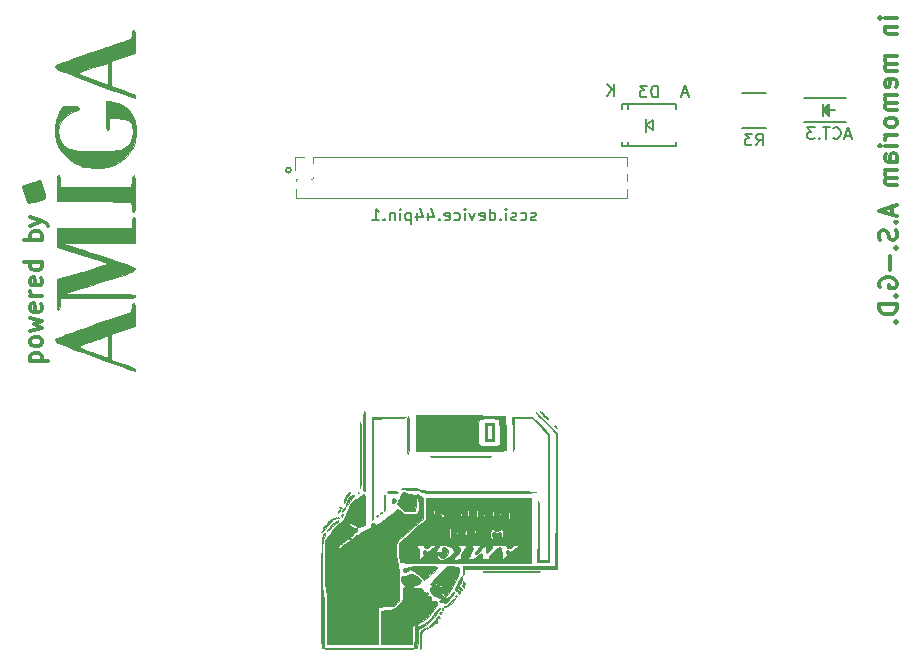
<source format=gbo>
G04 #@! TF.FileFunction,Legend,Bot*
%FSLAX46Y46*%
G04 Gerber Fmt 4.6, Leading zero omitted, Abs format (unit mm)*
G04 Created by KiCad (PCBNEW 4.0.2+dfsg1-stable) date Fri 01 Mar 2019 22:17:21 CET*
%MOMM*%
G01*
G04 APERTURE LIST*
%ADD10C,0.100000*%
%ADD11C,0.200000*%
%ADD12C,0.300000*%
%ADD13C,0.150000*%
%ADD14C,0.120000*%
%ADD15C,0.010000*%
G04 APERTURE END LIST*
D10*
D11*
X142398654Y-82550000D02*
G75*
G03X142398654Y-82550000I-209454J0D01*
G01*
D12*
X193718571Y-69692857D02*
X192718571Y-69692857D01*
X192218571Y-69692857D02*
X192290000Y-69621428D01*
X192361429Y-69692857D01*
X192290000Y-69764285D01*
X192218571Y-69692857D01*
X192361429Y-69692857D01*
X192718571Y-70407143D02*
X193718571Y-70407143D01*
X192861429Y-70407143D02*
X192790000Y-70478571D01*
X192718571Y-70621429D01*
X192718571Y-70835714D01*
X192790000Y-70978571D01*
X192932857Y-71050000D01*
X193718571Y-71050000D01*
X193718571Y-72907143D02*
X192718571Y-72907143D01*
X192861429Y-72907143D02*
X192790000Y-72978571D01*
X192718571Y-73121429D01*
X192718571Y-73335714D01*
X192790000Y-73478571D01*
X192932857Y-73550000D01*
X193718571Y-73550000D01*
X192932857Y-73550000D02*
X192790000Y-73621429D01*
X192718571Y-73764286D01*
X192718571Y-73978571D01*
X192790000Y-74121429D01*
X192932857Y-74192857D01*
X193718571Y-74192857D01*
X193647143Y-75478571D02*
X193718571Y-75335714D01*
X193718571Y-75050000D01*
X193647143Y-74907143D01*
X193504286Y-74835714D01*
X192932857Y-74835714D01*
X192790000Y-74907143D01*
X192718571Y-75050000D01*
X192718571Y-75335714D01*
X192790000Y-75478571D01*
X192932857Y-75550000D01*
X193075714Y-75550000D01*
X193218571Y-74835714D01*
X193718571Y-76192857D02*
X192718571Y-76192857D01*
X192861429Y-76192857D02*
X192790000Y-76264285D01*
X192718571Y-76407143D01*
X192718571Y-76621428D01*
X192790000Y-76764285D01*
X192932857Y-76835714D01*
X193718571Y-76835714D01*
X192932857Y-76835714D02*
X192790000Y-76907143D01*
X192718571Y-77050000D01*
X192718571Y-77264285D01*
X192790000Y-77407143D01*
X192932857Y-77478571D01*
X193718571Y-77478571D01*
X193718571Y-78407143D02*
X193647143Y-78264285D01*
X193575714Y-78192857D01*
X193432857Y-78121428D01*
X193004286Y-78121428D01*
X192861429Y-78192857D01*
X192790000Y-78264285D01*
X192718571Y-78407143D01*
X192718571Y-78621428D01*
X192790000Y-78764285D01*
X192861429Y-78835714D01*
X193004286Y-78907143D01*
X193432857Y-78907143D01*
X193575714Y-78835714D01*
X193647143Y-78764285D01*
X193718571Y-78621428D01*
X193718571Y-78407143D01*
X193718571Y-79550000D02*
X192718571Y-79550000D01*
X193004286Y-79550000D02*
X192861429Y-79621428D01*
X192790000Y-79692857D01*
X192718571Y-79835714D01*
X192718571Y-79978571D01*
X193718571Y-80478571D02*
X192718571Y-80478571D01*
X192218571Y-80478571D02*
X192290000Y-80407142D01*
X192361429Y-80478571D01*
X192290000Y-80549999D01*
X192218571Y-80478571D01*
X192361429Y-80478571D01*
X193718571Y-81835714D02*
X192932857Y-81835714D01*
X192790000Y-81764285D01*
X192718571Y-81621428D01*
X192718571Y-81335714D01*
X192790000Y-81192857D01*
X193647143Y-81835714D02*
X193718571Y-81692857D01*
X193718571Y-81335714D01*
X193647143Y-81192857D01*
X193504286Y-81121428D01*
X193361429Y-81121428D01*
X193218571Y-81192857D01*
X193147143Y-81335714D01*
X193147143Y-81692857D01*
X193075714Y-81835714D01*
X193718571Y-82550000D02*
X192718571Y-82550000D01*
X192861429Y-82550000D02*
X192790000Y-82621428D01*
X192718571Y-82764286D01*
X192718571Y-82978571D01*
X192790000Y-83121428D01*
X192932857Y-83192857D01*
X193718571Y-83192857D01*
X192932857Y-83192857D02*
X192790000Y-83264286D01*
X192718571Y-83407143D01*
X192718571Y-83621428D01*
X192790000Y-83764286D01*
X192932857Y-83835714D01*
X193718571Y-83835714D01*
X193290000Y-85621428D02*
X193290000Y-86335714D01*
X193718571Y-85478571D02*
X192218571Y-85978571D01*
X193718571Y-86478571D01*
X193575714Y-86978571D02*
X193647143Y-87049999D01*
X193718571Y-86978571D01*
X193647143Y-86907142D01*
X193575714Y-86978571D01*
X193718571Y-86978571D01*
X193647143Y-87621428D02*
X193718571Y-87835714D01*
X193718571Y-88192857D01*
X193647143Y-88335714D01*
X193575714Y-88407143D01*
X193432857Y-88478571D01*
X193290000Y-88478571D01*
X193147143Y-88407143D01*
X193075714Y-88335714D01*
X193004286Y-88192857D01*
X192932857Y-87907143D01*
X192861429Y-87764285D01*
X192790000Y-87692857D01*
X192647143Y-87621428D01*
X192504286Y-87621428D01*
X192361429Y-87692857D01*
X192290000Y-87764285D01*
X192218571Y-87907143D01*
X192218571Y-88264285D01*
X192290000Y-88478571D01*
X193575714Y-89121428D02*
X193647143Y-89192856D01*
X193718571Y-89121428D01*
X193647143Y-89049999D01*
X193575714Y-89121428D01*
X193718571Y-89121428D01*
X193147143Y-89835714D02*
X193147143Y-90978571D01*
X192290000Y-92478571D02*
X192218571Y-92335714D01*
X192218571Y-92121428D01*
X192290000Y-91907143D01*
X192432857Y-91764285D01*
X192575714Y-91692857D01*
X192861429Y-91621428D01*
X193075714Y-91621428D01*
X193361429Y-91692857D01*
X193504286Y-91764285D01*
X193647143Y-91907143D01*
X193718571Y-92121428D01*
X193718571Y-92264285D01*
X193647143Y-92478571D01*
X193575714Y-92550000D01*
X193075714Y-92550000D01*
X193075714Y-92264285D01*
X193575714Y-93192857D02*
X193647143Y-93264285D01*
X193718571Y-93192857D01*
X193647143Y-93121428D01*
X193575714Y-93192857D01*
X193718571Y-93192857D01*
X193718571Y-93907143D02*
X192218571Y-93907143D01*
X192218571Y-94264286D01*
X192290000Y-94478571D01*
X192432857Y-94621429D01*
X192575714Y-94692857D01*
X192861429Y-94764286D01*
X193075714Y-94764286D01*
X193361429Y-94692857D01*
X193504286Y-94621429D01*
X193647143Y-94478571D01*
X193718571Y-94264286D01*
X193718571Y-93907143D01*
X193575714Y-95407143D02*
X193647143Y-95478571D01*
X193718571Y-95407143D01*
X193647143Y-95335714D01*
X193575714Y-95407143D01*
X193718571Y-95407143D01*
X120328571Y-98745714D02*
X121828571Y-98745714D01*
X120400000Y-98745714D02*
X120328571Y-98602857D01*
X120328571Y-98317143D01*
X120400000Y-98174286D01*
X120471429Y-98102857D01*
X120614286Y-98031428D01*
X121042857Y-98031428D01*
X121185714Y-98102857D01*
X121257143Y-98174286D01*
X121328571Y-98317143D01*
X121328571Y-98602857D01*
X121257143Y-98745714D01*
X121328571Y-97174285D02*
X121257143Y-97317143D01*
X121185714Y-97388571D01*
X121042857Y-97460000D01*
X120614286Y-97460000D01*
X120471429Y-97388571D01*
X120400000Y-97317143D01*
X120328571Y-97174285D01*
X120328571Y-96960000D01*
X120400000Y-96817143D01*
X120471429Y-96745714D01*
X120614286Y-96674285D01*
X121042857Y-96674285D01*
X121185714Y-96745714D01*
X121257143Y-96817143D01*
X121328571Y-96960000D01*
X121328571Y-97174285D01*
X120328571Y-96174285D02*
X121328571Y-95888571D01*
X120614286Y-95602857D01*
X121328571Y-95317142D01*
X120328571Y-95031428D01*
X121257143Y-93888571D02*
X121328571Y-94031428D01*
X121328571Y-94317142D01*
X121257143Y-94459999D01*
X121114286Y-94531428D01*
X120542857Y-94531428D01*
X120400000Y-94459999D01*
X120328571Y-94317142D01*
X120328571Y-94031428D01*
X120400000Y-93888571D01*
X120542857Y-93817142D01*
X120685714Y-93817142D01*
X120828571Y-94531428D01*
X121328571Y-93174285D02*
X120328571Y-93174285D01*
X120614286Y-93174285D02*
X120471429Y-93102857D01*
X120400000Y-93031428D01*
X120328571Y-92888571D01*
X120328571Y-92745714D01*
X121257143Y-91674286D02*
X121328571Y-91817143D01*
X121328571Y-92102857D01*
X121257143Y-92245714D01*
X121114286Y-92317143D01*
X120542857Y-92317143D01*
X120400000Y-92245714D01*
X120328571Y-92102857D01*
X120328571Y-91817143D01*
X120400000Y-91674286D01*
X120542857Y-91602857D01*
X120685714Y-91602857D01*
X120828571Y-92317143D01*
X121328571Y-90317143D02*
X119828571Y-90317143D01*
X121257143Y-90317143D02*
X121328571Y-90460000D01*
X121328571Y-90745714D01*
X121257143Y-90888572D01*
X121185714Y-90960000D01*
X121042857Y-91031429D01*
X120614286Y-91031429D01*
X120471429Y-90960000D01*
X120400000Y-90888572D01*
X120328571Y-90745714D01*
X120328571Y-90460000D01*
X120400000Y-90317143D01*
X121328571Y-88460000D02*
X119828571Y-88460000D01*
X120400000Y-88460000D02*
X120328571Y-88317143D01*
X120328571Y-88031429D01*
X120400000Y-87888572D01*
X120471429Y-87817143D01*
X120614286Y-87745714D01*
X121042857Y-87745714D01*
X121185714Y-87817143D01*
X121257143Y-87888572D01*
X121328571Y-88031429D01*
X121328571Y-88317143D01*
X121257143Y-88460000D01*
X120328571Y-87245714D02*
X121328571Y-86888571D01*
X120328571Y-86531429D02*
X121328571Y-86888571D01*
X121685714Y-87031429D01*
X121757143Y-87102857D01*
X121828571Y-87245714D01*
D13*
X185810000Y-76420000D02*
X189410000Y-76420000D01*
X185810000Y-78520000D02*
X189410000Y-78520000D01*
X187860000Y-77770000D02*
X187860000Y-77170000D01*
X187860000Y-77170000D02*
X187560000Y-77470000D01*
X187560000Y-77470000D02*
X187760000Y-77670000D01*
X187760000Y-77670000D02*
X187760000Y-77420000D01*
X187760000Y-77420000D02*
X187710000Y-77470000D01*
X187460000Y-77970000D02*
X187460000Y-76970000D01*
X187960000Y-77470000D02*
X188460000Y-77470000D01*
X187460000Y-77470000D02*
X187960000Y-77970000D01*
X187960000Y-77970000D02*
X187960000Y-76970000D01*
X187960000Y-76970000D02*
X187460000Y-77470000D01*
X180610000Y-78945000D02*
X182610000Y-78945000D01*
X182610000Y-75995000D02*
X180610000Y-75995000D01*
D14*
X170875000Y-81420000D02*
X170875000Y-82242470D01*
X170875000Y-84127530D02*
X170875000Y-84950000D01*
X170875000Y-82857530D02*
X170875000Y-83512470D01*
X144270000Y-81420000D02*
X170875000Y-81420000D01*
X142815000Y-84950000D02*
X170875000Y-84950000D01*
X144270000Y-81420000D02*
X144270000Y-81986529D01*
X144270000Y-83113471D02*
X144270000Y-83256529D01*
X144216529Y-83310000D02*
X144073471Y-83310000D01*
X142946529Y-83310000D02*
X142815000Y-83310000D01*
X142815000Y-83310000D02*
X142815000Y-83512470D01*
X142815000Y-84127530D02*
X142815000Y-84950000D01*
X143510000Y-81420000D02*
X142750000Y-81420000D01*
X142750000Y-81420000D02*
X142750000Y-82550000D01*
D13*
X172470000Y-78740000D02*
X173020000Y-79190000D01*
X173020000Y-79190000D02*
X173020000Y-78290000D01*
X173020000Y-78290000D02*
X172470000Y-78740000D01*
X172470000Y-79290000D02*
X172470000Y-78190000D01*
X170920860Y-76989940D02*
X170920860Y-77340460D01*
X170920860Y-80490060D02*
X170920860Y-80139540D01*
X174970440Y-76989940D02*
X174970440Y-77340460D01*
X170469560Y-76989940D02*
X170469560Y-77340460D01*
X170469560Y-80490060D02*
X170469560Y-80139540D01*
X174970440Y-80490060D02*
X174970440Y-80139540D01*
X170469560Y-76989940D02*
X174970440Y-76989940D01*
X170469560Y-80490060D02*
X174970440Y-80490060D01*
D15*
G36*
X122442284Y-79511556D02*
X122530311Y-80057166D01*
X122690106Y-80520860D01*
X122723859Y-80586782D01*
X123101184Y-81121771D01*
X123608116Y-81602255D01*
X124206053Y-81993193D01*
X124356424Y-82068672D01*
X124609285Y-82183896D01*
X124819674Y-82260588D01*
X125033505Y-82306556D01*
X125296688Y-82329611D01*
X125655135Y-82337563D01*
X125941666Y-82338333D01*
X126388607Y-82335041D01*
X126710638Y-82320690D01*
X126952126Y-82288570D01*
X127157438Y-82231969D01*
X127370941Y-82144176D01*
X127441796Y-82111422D01*
X127990582Y-81779509D01*
X128492998Y-81336294D01*
X128895895Y-80831218D01*
X128993158Y-80668205D01*
X129113303Y-80427477D01*
X129189389Y-80202794D01*
X129233294Y-79939042D01*
X129256896Y-79581105D01*
X129262749Y-79417333D01*
X129260960Y-78874435D01*
X129218119Y-78472373D01*
X129173853Y-78306700D01*
X128879196Y-77723302D01*
X128482774Y-77261220D01*
X127999752Y-76931754D01*
X127445292Y-76746208D01*
X127028877Y-76708000D01*
X126746000Y-76708000D01*
X126746000Y-77935667D01*
X126748417Y-78423298D01*
X126757317Y-78765535D01*
X126775172Y-78986268D01*
X126804452Y-79109388D01*
X126847629Y-79158787D01*
X126873000Y-79163333D01*
X126946743Y-79124320D01*
X126986335Y-78986019D01*
X126999749Y-78716541D01*
X127000000Y-78655333D01*
X127000000Y-78147333D01*
X127613833Y-78147465D01*
X128168387Y-78192758D01*
X128584332Y-78327644D01*
X128858855Y-78551032D01*
X128923740Y-78655333D01*
X128981645Y-78855045D01*
X129020585Y-79149381D01*
X129030751Y-79383646D01*
X128977205Y-79863649D01*
X128801784Y-80241618D01*
X128486241Y-80548690D01*
X128266723Y-80687333D01*
X128131952Y-80758893D01*
X128000494Y-80812755D01*
X127845758Y-80851945D01*
X127641157Y-80879488D01*
X127360101Y-80898407D01*
X126976002Y-80911728D01*
X126462271Y-80922476D01*
X126153333Y-80927749D01*
X125417259Y-80934975D01*
X124827543Y-80927357D01*
X124361603Y-80901537D01*
X123996855Y-80854160D01*
X123710713Y-80781867D01*
X123480594Y-80681302D01*
X123283914Y-80549108D01*
X123214394Y-80490892D01*
X122907676Y-80143013D01*
X122735901Y-79739656D01*
X122682002Y-79240618D01*
X122681999Y-79236991D01*
X122759609Y-78731106D01*
X122989498Y-78294484D01*
X123367254Y-77932187D01*
X123888464Y-77649276D01*
X124147319Y-77555905D01*
X124362240Y-77465868D01*
X124443492Y-77360451D01*
X124443653Y-77283129D01*
X124413503Y-77194589D01*
X124331929Y-77143833D01*
X124161669Y-77121213D01*
X123865462Y-77117085D01*
X123803833Y-77117496D01*
X123493264Y-77120492D01*
X123250064Y-77123771D01*
X123123062Y-77126663D01*
X123119071Y-77126877D01*
X123038573Y-77203438D01*
X122922005Y-77398375D01*
X122788883Y-77670112D01*
X122658724Y-77977076D01*
X122551045Y-78277693D01*
X122507215Y-78430240D01*
X122432445Y-78947943D01*
X122442284Y-79511556D01*
X122442284Y-79511556D01*
G37*
X122442284Y-79511556D02*
X122530311Y-80057166D01*
X122690106Y-80520860D01*
X122723859Y-80586782D01*
X123101184Y-81121771D01*
X123608116Y-81602255D01*
X124206053Y-81993193D01*
X124356424Y-82068672D01*
X124609285Y-82183896D01*
X124819674Y-82260588D01*
X125033505Y-82306556D01*
X125296688Y-82329611D01*
X125655135Y-82337563D01*
X125941666Y-82338333D01*
X126388607Y-82335041D01*
X126710638Y-82320690D01*
X126952126Y-82288570D01*
X127157438Y-82231969D01*
X127370941Y-82144176D01*
X127441796Y-82111422D01*
X127990582Y-81779509D01*
X128492998Y-81336294D01*
X128895895Y-80831218D01*
X128993158Y-80668205D01*
X129113303Y-80427477D01*
X129189389Y-80202794D01*
X129233294Y-79939042D01*
X129256896Y-79581105D01*
X129262749Y-79417333D01*
X129260960Y-78874435D01*
X129218119Y-78472373D01*
X129173853Y-78306700D01*
X128879196Y-77723302D01*
X128482774Y-77261220D01*
X127999752Y-76931754D01*
X127445292Y-76746208D01*
X127028877Y-76708000D01*
X126746000Y-76708000D01*
X126746000Y-77935667D01*
X126748417Y-78423298D01*
X126757317Y-78765535D01*
X126775172Y-78986268D01*
X126804452Y-79109388D01*
X126847629Y-79158787D01*
X126873000Y-79163333D01*
X126946743Y-79124320D01*
X126986335Y-78986019D01*
X126999749Y-78716541D01*
X127000000Y-78655333D01*
X127000000Y-78147333D01*
X127613833Y-78147465D01*
X128168387Y-78192758D01*
X128584332Y-78327644D01*
X128858855Y-78551032D01*
X128923740Y-78655333D01*
X128981645Y-78855045D01*
X129020585Y-79149381D01*
X129030751Y-79383646D01*
X128977205Y-79863649D01*
X128801784Y-80241618D01*
X128486241Y-80548690D01*
X128266723Y-80687333D01*
X128131952Y-80758893D01*
X128000494Y-80812755D01*
X127845758Y-80851945D01*
X127641157Y-80879488D01*
X127360101Y-80898407D01*
X126976002Y-80911728D01*
X126462271Y-80922476D01*
X126153333Y-80927749D01*
X125417259Y-80934975D01*
X124827543Y-80927357D01*
X124361603Y-80901537D01*
X123996855Y-80854160D01*
X123710713Y-80781867D01*
X123480594Y-80681302D01*
X123283914Y-80549108D01*
X123214394Y-80490892D01*
X122907676Y-80143013D01*
X122735901Y-79739656D01*
X122682002Y-79240618D01*
X122681999Y-79236991D01*
X122759609Y-78731106D01*
X122989498Y-78294484D01*
X123367254Y-77932187D01*
X123888464Y-77649276D01*
X124147319Y-77555905D01*
X124362240Y-77465868D01*
X124443492Y-77360451D01*
X124443653Y-77283129D01*
X124413503Y-77194589D01*
X124331929Y-77143833D01*
X124161669Y-77121213D01*
X123865462Y-77117085D01*
X123803833Y-77117496D01*
X123493264Y-77120492D01*
X123250064Y-77123771D01*
X123123062Y-77126663D01*
X123119071Y-77126877D01*
X123038573Y-77203438D01*
X122922005Y-77398375D01*
X122788883Y-77670112D01*
X122658724Y-77977076D01*
X122551045Y-78277693D01*
X122507215Y-78430240D01*
X122432445Y-78947943D01*
X122442284Y-79511556D01*
G36*
X122474869Y-73899271D02*
X122560047Y-73962930D01*
X122713281Y-74045031D01*
X122947629Y-74150936D01*
X123276147Y-74286011D01*
X123711892Y-74455619D01*
X124267923Y-74665125D01*
X124957295Y-74919893D01*
X125793067Y-75225287D01*
X125814666Y-75233150D01*
X126527695Y-75492553D01*
X127189763Y-75733153D01*
X127784305Y-75948949D01*
X128294756Y-76133941D01*
X128704552Y-76282129D01*
X128997129Y-76387512D01*
X129155921Y-76444091D01*
X129180166Y-76452238D01*
X129197938Y-76383553D01*
X129200902Y-76305833D01*
X129160274Y-76226010D01*
X129025292Y-76134499D01*
X128775635Y-76021184D01*
X128390983Y-75875950D01*
X128206069Y-75810594D01*
X127211666Y-75463521D01*
X127211666Y-73299065D01*
X128206500Y-72950783D01*
X129201333Y-72602502D01*
X129201333Y-71649584D01*
X129197514Y-71224356D01*
X129183859Y-70942592D01*
X129157068Y-70778545D01*
X129113841Y-70706473D01*
X129079201Y-70696667D01*
X128985479Y-70772772D01*
X128934759Y-71005673D01*
X128931034Y-71049706D01*
X128911378Y-71237317D01*
X128862222Y-71357369D01*
X128746737Y-71444761D01*
X128528091Y-71534392D01*
X128354666Y-71595831D01*
X128136747Y-71672115D01*
X127783810Y-71795452D01*
X127320734Y-71957158D01*
X126851833Y-72120821D01*
X126851833Y-73485199D01*
X126877508Y-73566437D01*
X126898206Y-73782335D01*
X126911548Y-74098240D01*
X126915333Y-74410695D01*
X126915333Y-75330724D01*
X125603310Y-74855195D01*
X125166239Y-74694291D01*
X124791233Y-74551475D01*
X124504553Y-74437138D01*
X124332462Y-74361668D01*
X124294241Y-74337333D01*
X124370465Y-74299423D01*
X124575019Y-74221690D01*
X124874725Y-74115188D01*
X125236404Y-73990972D01*
X125626876Y-73860096D01*
X126012964Y-73733614D01*
X126361488Y-73622582D01*
X126639269Y-73538053D01*
X126813129Y-73491082D01*
X126851833Y-73485199D01*
X126851833Y-72120821D01*
X126772399Y-72148547D01*
X126163682Y-72360934D01*
X125519465Y-72585636D01*
X125264333Y-72674605D01*
X124636586Y-72893725D01*
X124055664Y-73096933D01*
X123542113Y-73277008D01*
X123116480Y-73426730D01*
X122799310Y-73538877D01*
X122611151Y-73606229D01*
X122571690Y-73620922D01*
X122452866Y-73746683D01*
X122444690Y-73848688D01*
X122474869Y-73899271D01*
X122474869Y-73899271D01*
G37*
X122474869Y-73899271D02*
X122560047Y-73962930D01*
X122713281Y-74045031D01*
X122947629Y-74150936D01*
X123276147Y-74286011D01*
X123711892Y-74455619D01*
X124267923Y-74665125D01*
X124957295Y-74919893D01*
X125793067Y-75225287D01*
X125814666Y-75233150D01*
X126527695Y-75492553D01*
X127189763Y-75733153D01*
X127784305Y-75948949D01*
X128294756Y-76133941D01*
X128704552Y-76282129D01*
X128997129Y-76387512D01*
X129155921Y-76444091D01*
X129180166Y-76452238D01*
X129197938Y-76383553D01*
X129200902Y-76305833D01*
X129160274Y-76226010D01*
X129025292Y-76134499D01*
X128775635Y-76021184D01*
X128390983Y-75875950D01*
X128206069Y-75810594D01*
X127211666Y-75463521D01*
X127211666Y-73299065D01*
X128206500Y-72950783D01*
X129201333Y-72602502D01*
X129201333Y-71649584D01*
X129197514Y-71224356D01*
X129183859Y-70942592D01*
X129157068Y-70778545D01*
X129113841Y-70706473D01*
X129079201Y-70696667D01*
X128985479Y-70772772D01*
X128934759Y-71005673D01*
X128931034Y-71049706D01*
X128911378Y-71237317D01*
X128862222Y-71357369D01*
X128746737Y-71444761D01*
X128528091Y-71534392D01*
X128354666Y-71595831D01*
X128136747Y-71672115D01*
X127783810Y-71795452D01*
X127320734Y-71957158D01*
X126851833Y-72120821D01*
X126851833Y-73485199D01*
X126877508Y-73566437D01*
X126898206Y-73782335D01*
X126911548Y-74098240D01*
X126915333Y-74410695D01*
X126915333Y-75330724D01*
X125603310Y-74855195D01*
X125166239Y-74694291D01*
X124791233Y-74551475D01*
X124504553Y-74437138D01*
X124332462Y-74361668D01*
X124294241Y-74337333D01*
X124370465Y-74299423D01*
X124575019Y-74221690D01*
X124874725Y-74115188D01*
X125236404Y-73990972D01*
X125626876Y-73860096D01*
X126012964Y-73733614D01*
X126361488Y-73622582D01*
X126639269Y-73538053D01*
X126813129Y-73491082D01*
X126851833Y-73485199D01*
X126851833Y-72120821D01*
X126772399Y-72148547D01*
X126163682Y-72360934D01*
X125519465Y-72585636D01*
X125264333Y-72674605D01*
X124636586Y-72893725D01*
X124055664Y-73096933D01*
X123542113Y-73277008D01*
X123116480Y-73426730D01*
X122799310Y-73538877D01*
X122611151Y-73606229D01*
X122571690Y-73620922D01*
X122452866Y-73746683D01*
X122444690Y-73848688D01*
X122474869Y-73899271D01*
G36*
X125751166Y-85194803D02*
X128905000Y-85217000D01*
X128930591Y-85661500D01*
X128962795Y-85944905D01*
X129022637Y-86083125D01*
X129078757Y-86106000D01*
X129122729Y-86081996D01*
X129155093Y-85995997D01*
X129177491Y-85827024D01*
X129191566Y-85554098D01*
X129198959Y-85156240D01*
X129201311Y-84612469D01*
X129201333Y-84539667D01*
X129199462Y-83977914D01*
X129192752Y-83564463D01*
X129179556Y-83278312D01*
X129158229Y-83098459D01*
X129127124Y-83003903D01*
X129084594Y-82973641D01*
X129078558Y-82973333D01*
X129001046Y-83025630D01*
X128953290Y-83199515D01*
X128930391Y-83460167D01*
X128905000Y-83947000D01*
X125878166Y-83969236D01*
X122851333Y-83991472D01*
X122851333Y-83482403D01*
X122841616Y-83187078D01*
X122807161Y-83028369D01*
X122740015Y-82974389D01*
X122724333Y-82973333D01*
X122671418Y-82997873D01*
X122635159Y-83088199D01*
X122612661Y-83269367D01*
X122601031Y-83566435D01*
X122597374Y-84004461D01*
X122597333Y-84072969D01*
X122597333Y-85172606D01*
X125751166Y-85194803D01*
X125751166Y-85194803D01*
G37*
X125751166Y-85194803D02*
X128905000Y-85217000D01*
X128930591Y-85661500D01*
X128962795Y-85944905D01*
X129022637Y-86083125D01*
X129078757Y-86106000D01*
X129122729Y-86081996D01*
X129155093Y-85995997D01*
X129177491Y-85827024D01*
X129191566Y-85554098D01*
X129198959Y-85156240D01*
X129201311Y-84612469D01*
X129201333Y-84539667D01*
X129199462Y-83977914D01*
X129192752Y-83564463D01*
X129179556Y-83278312D01*
X129158229Y-83098459D01*
X129127124Y-83003903D01*
X129084594Y-82973641D01*
X129078558Y-82973333D01*
X129001046Y-83025630D01*
X128953290Y-83199515D01*
X128930391Y-83460167D01*
X128905000Y-83947000D01*
X125878166Y-83969236D01*
X122851333Y-83991472D01*
X122851333Y-83482403D01*
X122841616Y-83187078D01*
X122807161Y-83028369D01*
X122740015Y-82974389D01*
X122724333Y-82973333D01*
X122671418Y-82997873D01*
X122635159Y-83088199D01*
X122612661Y-83269367D01*
X122601031Y-83566435D01*
X122597374Y-84004461D01*
X122597333Y-84072969D01*
X122597333Y-85172606D01*
X125751166Y-85194803D01*
G36*
X122615322Y-88239948D02*
X122639666Y-89019230D01*
X124731004Y-89700448D01*
X125295674Y-89885668D01*
X125806184Y-90055584D01*
X126240709Y-90202734D01*
X126577427Y-90319653D01*
X126794514Y-90398879D01*
X126869622Y-90431841D01*
X126804925Y-90468848D01*
X126598492Y-90547722D01*
X126270745Y-90661561D01*
X125842106Y-90803462D01*
X125332998Y-90966521D01*
X124763843Y-91143836D01*
X124757118Y-91145903D01*
X122597333Y-91809791D01*
X122597333Y-93113618D01*
X122600462Y-93631237D01*
X122610890Y-93998304D01*
X122630174Y-94233502D01*
X122659872Y-94355516D01*
X122701543Y-94383029D01*
X122703166Y-94382533D01*
X122771244Y-94279249D01*
X122819517Y-94042603D01*
X122834391Y-93867477D01*
X122859783Y-93387333D01*
X126030558Y-93387333D01*
X126846128Y-93387108D01*
X127508332Y-93385862D01*
X128033137Y-93382745D01*
X128436512Y-93376902D01*
X128734423Y-93367481D01*
X128942838Y-93353630D01*
X129077725Y-93334496D01*
X129155051Y-93309225D01*
X129190783Y-93276966D01*
X129200889Y-93236865D01*
X129201333Y-93218000D01*
X129196904Y-93173512D01*
X129172725Y-93137541D01*
X129112453Y-93109139D01*
X128999748Y-93087355D01*
X128818268Y-93071241D01*
X128551672Y-93059848D01*
X128183620Y-93052227D01*
X127697769Y-93047429D01*
X127077780Y-93044505D01*
X126307310Y-93042506D01*
X126174500Y-93042221D01*
X123147666Y-93035775D01*
X124671666Y-92541037D01*
X125301993Y-92337007D01*
X126019110Y-92105845D01*
X126751525Y-91870540D01*
X127427744Y-91654079D01*
X127703386Y-91566167D01*
X128234666Y-91395267D01*
X128624609Y-91264241D01*
X128893954Y-91163924D01*
X129063442Y-91085151D01*
X129153812Y-91018757D01*
X129185805Y-90955578D01*
X129185052Y-90911441D01*
X129160361Y-90859951D01*
X129091479Y-90802436D01*
X128963664Y-90733352D01*
X128762175Y-90647160D01*
X128472270Y-90538315D01*
X128079207Y-90401276D01*
X127568245Y-90230501D01*
X126924643Y-90020447D01*
X126157538Y-89773239D01*
X125477692Y-89554281D01*
X124849686Y-89350680D01*
X124291536Y-89168379D01*
X123821257Y-89013319D01*
X123456862Y-88891444D01*
X123216366Y-88808694D01*
X123117785Y-88771014D01*
X123116593Y-88770149D01*
X123188862Y-88761122D01*
X123411938Y-88752820D01*
X123767295Y-88745485D01*
X124236407Y-88739361D01*
X124800750Y-88734688D01*
X125441797Y-88731710D01*
X126139222Y-88730667D01*
X129201333Y-88730667D01*
X129201333Y-87630000D01*
X129198502Y-87171593D01*
X129188085Y-86857408D01*
X129167190Y-86662395D01*
X129132927Y-86561509D01*
X129082406Y-86529701D01*
X129074333Y-86529333D01*
X128997744Y-86571140D01*
X128958313Y-86717836D01*
X128947333Y-86995000D01*
X128947333Y-87460667D01*
X122590978Y-87460667D01*
X122615322Y-88239948D01*
X122615322Y-88239948D01*
G37*
X122615322Y-88239948D02*
X122639666Y-89019230D01*
X124731004Y-89700448D01*
X125295674Y-89885668D01*
X125806184Y-90055584D01*
X126240709Y-90202734D01*
X126577427Y-90319653D01*
X126794514Y-90398879D01*
X126869622Y-90431841D01*
X126804925Y-90468848D01*
X126598492Y-90547722D01*
X126270745Y-90661561D01*
X125842106Y-90803462D01*
X125332998Y-90966521D01*
X124763843Y-91143836D01*
X124757118Y-91145903D01*
X122597333Y-91809791D01*
X122597333Y-93113618D01*
X122600462Y-93631237D01*
X122610890Y-93998304D01*
X122630174Y-94233502D01*
X122659872Y-94355516D01*
X122701543Y-94383029D01*
X122703166Y-94382533D01*
X122771244Y-94279249D01*
X122819517Y-94042603D01*
X122834391Y-93867477D01*
X122859783Y-93387333D01*
X126030558Y-93387333D01*
X126846128Y-93387108D01*
X127508332Y-93385862D01*
X128033137Y-93382745D01*
X128436512Y-93376902D01*
X128734423Y-93367481D01*
X128942838Y-93353630D01*
X129077725Y-93334496D01*
X129155051Y-93309225D01*
X129190783Y-93276966D01*
X129200889Y-93236865D01*
X129201333Y-93218000D01*
X129196904Y-93173512D01*
X129172725Y-93137541D01*
X129112453Y-93109139D01*
X128999748Y-93087355D01*
X128818268Y-93071241D01*
X128551672Y-93059848D01*
X128183620Y-93052227D01*
X127697769Y-93047429D01*
X127077780Y-93044505D01*
X126307310Y-93042506D01*
X126174500Y-93042221D01*
X123147666Y-93035775D01*
X124671666Y-92541037D01*
X125301993Y-92337007D01*
X126019110Y-92105845D01*
X126751525Y-91870540D01*
X127427744Y-91654079D01*
X127703386Y-91566167D01*
X128234666Y-91395267D01*
X128624609Y-91264241D01*
X128893954Y-91163924D01*
X129063442Y-91085151D01*
X129153812Y-91018757D01*
X129185805Y-90955578D01*
X129185052Y-90911441D01*
X129160361Y-90859951D01*
X129091479Y-90802436D01*
X128963664Y-90733352D01*
X128762175Y-90647160D01*
X128472270Y-90538315D01*
X128079207Y-90401276D01*
X127568245Y-90230501D01*
X126924643Y-90020447D01*
X126157538Y-89773239D01*
X125477692Y-89554281D01*
X124849686Y-89350680D01*
X124291536Y-89168379D01*
X123821257Y-89013319D01*
X123456862Y-88891444D01*
X123216366Y-88808694D01*
X123117785Y-88771014D01*
X123116593Y-88770149D01*
X123188862Y-88761122D01*
X123411938Y-88752820D01*
X123767295Y-88745485D01*
X124236407Y-88739361D01*
X124800750Y-88734688D01*
X125441797Y-88731710D01*
X126139222Y-88730667D01*
X129201333Y-88730667D01*
X129201333Y-87630000D01*
X129198502Y-87171593D01*
X129188085Y-86857408D01*
X129167190Y-86662395D01*
X129132927Y-86561509D01*
X129082406Y-86529701D01*
X129074333Y-86529333D01*
X128997744Y-86571140D01*
X128958313Y-86717836D01*
X128947333Y-86995000D01*
X128947333Y-87460667D01*
X122590978Y-87460667D01*
X122615322Y-88239948D01*
G36*
X122440117Y-96946351D02*
X122444732Y-96969565D01*
X122471842Y-97021077D01*
X122548048Y-97082993D01*
X122687017Y-97160979D01*
X122902415Y-97260701D01*
X123207907Y-97387824D01*
X123617161Y-97548014D01*
X124143841Y-97746938D01*
X124801615Y-97990262D01*
X125604149Y-98283650D01*
X125687666Y-98314059D01*
X126533883Y-98622294D01*
X127234313Y-98877490D01*
X127802484Y-99083985D01*
X128251924Y-99246117D01*
X128596162Y-99368227D01*
X128848726Y-99454652D01*
X129023144Y-99509732D01*
X129132946Y-99537805D01*
X129191658Y-99543210D01*
X129212810Y-99530286D01*
X129209930Y-99503372D01*
X129196546Y-99466806D01*
X129187949Y-99436674D01*
X129109427Y-99342847D01*
X128898643Y-99223729D01*
X128543891Y-99073524D01*
X128185333Y-98940213D01*
X127211666Y-98591430D01*
X127164442Y-96457816D01*
X128182887Y-96090567D01*
X129201333Y-95723318D01*
X129201333Y-94766992D01*
X129197535Y-94340905D01*
X129183951Y-94058317D01*
X129157298Y-93893517D01*
X129114293Y-93820797D01*
X129079201Y-93810667D01*
X128986631Y-93884995D01*
X128935884Y-94113945D01*
X128931034Y-94170500D01*
X128905000Y-94530333D01*
X126851933Y-95245811D01*
X126851933Y-96604667D01*
X126877441Y-96683621D01*
X126898045Y-96897671D01*
X126911410Y-97212600D01*
X126915333Y-97533479D01*
X126915333Y-98462292D01*
X125962833Y-98117419D01*
X125547959Y-97967563D01*
X125153555Y-97825730D01*
X124828389Y-97709422D01*
X124643806Y-97644034D01*
X124442651Y-97556654D01*
X124344677Y-97479473D01*
X124347472Y-97451654D01*
X124445401Y-97406768D01*
X124669682Y-97322042D01*
X124985407Y-97209282D01*
X125357663Y-97080296D01*
X125751539Y-96946890D01*
X126132124Y-96820871D01*
X126464507Y-96714045D01*
X126713776Y-96638220D01*
X126845021Y-96605201D01*
X126851933Y-96604667D01*
X126851933Y-95245811D01*
X126788333Y-95267976D01*
X125840787Y-95598086D01*
X125040679Y-95876965D01*
X124375665Y-96109448D01*
X123833403Y-96300371D01*
X123401547Y-96454570D01*
X123067755Y-96576880D01*
X122819683Y-96672136D01*
X122644987Y-96745175D01*
X122531323Y-96800832D01*
X122466348Y-96843942D01*
X122437718Y-96879342D01*
X122433089Y-96911866D01*
X122440117Y-96946351D01*
X122440117Y-96946351D01*
G37*
X122440117Y-96946351D02*
X122444732Y-96969565D01*
X122471842Y-97021077D01*
X122548048Y-97082993D01*
X122687017Y-97160979D01*
X122902415Y-97260701D01*
X123207907Y-97387824D01*
X123617161Y-97548014D01*
X124143841Y-97746938D01*
X124801615Y-97990262D01*
X125604149Y-98283650D01*
X125687666Y-98314059D01*
X126533883Y-98622294D01*
X127234313Y-98877490D01*
X127802484Y-99083985D01*
X128251924Y-99246117D01*
X128596162Y-99368227D01*
X128848726Y-99454652D01*
X129023144Y-99509732D01*
X129132946Y-99537805D01*
X129191658Y-99543210D01*
X129212810Y-99530286D01*
X129209930Y-99503372D01*
X129196546Y-99466806D01*
X129187949Y-99436674D01*
X129109427Y-99342847D01*
X128898643Y-99223729D01*
X128543891Y-99073524D01*
X128185333Y-98940213D01*
X127211666Y-98591430D01*
X127164442Y-96457816D01*
X128182887Y-96090567D01*
X129201333Y-95723318D01*
X129201333Y-94766992D01*
X129197535Y-94340905D01*
X129183951Y-94058317D01*
X129157298Y-93893517D01*
X129114293Y-93820797D01*
X129079201Y-93810667D01*
X128986631Y-93884995D01*
X128935884Y-94113945D01*
X128931034Y-94170500D01*
X128905000Y-94530333D01*
X126851933Y-95245811D01*
X126851933Y-96604667D01*
X126877441Y-96683621D01*
X126898045Y-96897671D01*
X126911410Y-97212600D01*
X126915333Y-97533479D01*
X126915333Y-98462292D01*
X125962833Y-98117419D01*
X125547959Y-97967563D01*
X125153555Y-97825730D01*
X124828389Y-97709422D01*
X124643806Y-97644034D01*
X124442651Y-97556654D01*
X124344677Y-97479473D01*
X124347472Y-97451654D01*
X124445401Y-97406768D01*
X124669682Y-97322042D01*
X124985407Y-97209282D01*
X125357663Y-97080296D01*
X125751539Y-96946890D01*
X126132124Y-96820871D01*
X126464507Y-96714045D01*
X126713776Y-96638220D01*
X126845021Y-96605201D01*
X126851933Y-96604667D01*
X126851933Y-95245811D01*
X126788333Y-95267976D01*
X125840787Y-95598086D01*
X125040679Y-95876965D01*
X124375665Y-96109448D01*
X123833403Y-96300371D01*
X123401547Y-96454570D01*
X123067755Y-96576880D01*
X122819683Y-96672136D01*
X122644987Y-96745175D01*
X122531323Y-96800832D01*
X122466348Y-96843942D01*
X122437718Y-96879342D01*
X122433089Y-96911866D01*
X122440117Y-96946351D01*
G36*
X119658306Y-83969349D02*
X119721446Y-84178049D01*
X119808747Y-84454668D01*
X119905538Y-84753886D01*
X119997147Y-85030380D01*
X120068903Y-85238830D01*
X120106133Y-85333914D01*
X120107034Y-85335118D01*
X120196597Y-85329354D01*
X120402418Y-85285496D01*
X120679133Y-85215980D01*
X120981381Y-85133243D01*
X121263802Y-85049720D01*
X121481032Y-84977848D01*
X121587711Y-84930064D01*
X121589068Y-84928799D01*
X121589433Y-84830327D01*
X121547916Y-84609861D01*
X121472674Y-84307176D01*
X121431122Y-84158667D01*
X121334651Y-83833454D01*
X121253552Y-83575728D01*
X121200381Y-83424739D01*
X121189178Y-83402346D01*
X121103384Y-83412684D01*
X120900967Y-83463222D01*
X120625138Y-83540858D01*
X120319109Y-83632490D01*
X120026091Y-83725017D01*
X119789293Y-83805335D01*
X119651928Y-83860344D01*
X119634000Y-83873889D01*
X119658306Y-83969349D01*
X119658306Y-83969349D01*
G37*
X119658306Y-83969349D02*
X119721446Y-84178049D01*
X119808747Y-84454668D01*
X119905538Y-84753886D01*
X119997147Y-85030380D01*
X120068903Y-85238830D01*
X120106133Y-85333914D01*
X120107034Y-85335118D01*
X120196597Y-85329354D01*
X120402418Y-85285496D01*
X120679133Y-85215980D01*
X120981381Y-85133243D01*
X121263802Y-85049720D01*
X121481032Y-84977848D01*
X121587711Y-84930064D01*
X121589068Y-84928799D01*
X121589433Y-84830327D01*
X121547916Y-84609861D01*
X121472674Y-84307176D01*
X121431122Y-84158667D01*
X121334651Y-83833454D01*
X121253552Y-83575728D01*
X121200381Y-83424739D01*
X121189178Y-83402346D01*
X121103384Y-83412684D01*
X120900967Y-83463222D01*
X120625138Y-83540858D01*
X120319109Y-83632490D01*
X120026091Y-83725017D01*
X119789293Y-83805335D01*
X119651928Y-83860344D01*
X119634000Y-83873889D01*
X119658306Y-83969349D01*
G36*
X153632597Y-121351226D02*
X153609020Y-121390833D01*
X153502445Y-121487774D01*
X153451278Y-121496667D01*
X153393433Y-121531090D01*
X153356822Y-121652169D01*
X153337461Y-121886613D01*
X153331367Y-122261133D01*
X153331333Y-122301000D01*
X153335466Y-122646633D01*
X153346576Y-122917866D01*
X153362726Y-123077927D01*
X153373666Y-123105333D01*
X153392856Y-123027175D01*
X153407507Y-122818702D01*
X153415310Y-122518921D01*
X153416000Y-122390467D01*
X153420473Y-122034113D01*
X153439774Y-121806791D01*
X153482723Y-121668311D01*
X153558142Y-121578478D01*
X153601392Y-121545748D01*
X153714227Y-121430527D01*
X153716800Y-121350447D01*
X153632597Y-121351226D01*
X153632597Y-121351226D01*
G37*
X153632597Y-121351226D02*
X153609020Y-121390833D01*
X153502445Y-121487774D01*
X153451278Y-121496667D01*
X153393433Y-121531090D01*
X153356822Y-121652169D01*
X153337461Y-121886613D01*
X153331367Y-122261133D01*
X153331333Y-122301000D01*
X153335466Y-122646633D01*
X153346576Y-122917866D01*
X153362726Y-123077927D01*
X153373666Y-123105333D01*
X153392856Y-123027175D01*
X153407507Y-122818702D01*
X153415310Y-122518921D01*
X153416000Y-122390467D01*
X153420473Y-122034113D01*
X153439774Y-121806791D01*
X153482723Y-121668311D01*
X153558142Y-121578478D01*
X153601392Y-121545748D01*
X153714227Y-121430527D01*
X153716800Y-121350447D01*
X153632597Y-121351226D01*
G36*
X145137817Y-113397855D02*
X145105915Y-113440112D01*
X145078835Y-113506984D01*
X145056099Y-113612012D01*
X145037229Y-113768740D01*
X145021748Y-113990707D01*
X145009176Y-114291456D01*
X144999037Y-114684529D01*
X144990851Y-115183467D01*
X144984141Y-115801811D01*
X144978430Y-116553104D01*
X144973238Y-117450887D01*
X144969725Y-118159433D01*
X144965760Y-119343391D01*
X144965933Y-120358544D01*
X144970250Y-121205370D01*
X144978717Y-121884349D01*
X144991342Y-122395958D01*
X145008130Y-122740676D01*
X145029088Y-122918980D01*
X145036203Y-122940117D01*
X145061998Y-122978722D01*
X145104137Y-123010797D01*
X145177296Y-123036944D01*
X145296155Y-123057770D01*
X145475392Y-123073878D01*
X145729686Y-123085873D01*
X146073714Y-123094359D01*
X146522155Y-123099941D01*
X147089688Y-123103223D01*
X147790990Y-123104809D01*
X148640741Y-123105305D01*
X149048278Y-123105333D01*
X150003151Y-123104442D01*
X150801336Y-123101538D01*
X151455471Y-123096273D01*
X151978193Y-123088300D01*
X152382139Y-123077274D01*
X152679948Y-123062845D01*
X152884256Y-123044669D01*
X153007702Y-123022397D01*
X153062922Y-122995683D01*
X153063425Y-122995091D01*
X153107223Y-122864663D01*
X153145865Y-122610727D01*
X153173178Y-122279103D01*
X153179626Y-122132629D01*
X153204333Y-121380410D01*
X153633654Y-121163372D01*
X153938091Y-120961571D01*
X154258072Y-120673698D01*
X154544638Y-120350868D01*
X154748833Y-120044194D01*
X154789105Y-119957005D01*
X154878536Y-119829303D01*
X154937272Y-119803333D01*
X155010054Y-119733640D01*
X155021991Y-119655167D01*
X155009689Y-119595003D01*
X154965990Y-119599592D01*
X154875970Y-119684592D01*
X154724705Y-119865660D01*
X154497273Y-120158453D01*
X154319981Y-120391714D01*
X154133155Y-120614905D01*
X153969463Y-120769631D01*
X153875481Y-120819333D01*
X153766687Y-120855584D01*
X153754666Y-120883332D01*
X153683395Y-120965163D01*
X153516908Y-121051311D01*
X153326198Y-121113703D01*
X153182258Y-121124270D01*
X153163980Y-121116890D01*
X153085167Y-121032687D01*
X153139414Y-120943025D01*
X153340160Y-120831150D01*
X153422775Y-120794289D01*
X153646081Y-120665701D01*
X153891049Y-120477557D01*
X154116779Y-120267849D01*
X154282373Y-120074572D01*
X154346929Y-119935790D01*
X154399879Y-119821187D01*
X154510390Y-119681790D01*
X154658168Y-119460145D01*
X154731235Y-119274167D01*
X154755628Y-119112442D01*
X154688165Y-119050656D01*
X154526843Y-119041333D01*
X154344177Y-119021865D01*
X154282953Y-118939460D01*
X154284831Y-118850833D01*
X154256387Y-118694700D01*
X154135666Y-118648166D01*
X153955418Y-118633719D01*
X153885900Y-118627000D01*
X153864764Y-118573267D01*
X153907066Y-118516400D01*
X154001929Y-118376971D01*
X153966537Y-118305402D01*
X153853478Y-118317177D01*
X153709383Y-118303154D01*
X153597778Y-118145835D01*
X153533765Y-118028996D01*
X153446785Y-117965800D01*
X153292242Y-117943494D01*
X153025543Y-117949323D01*
X152927467Y-117954119D01*
X152614078Y-117958239D01*
X152415138Y-117935902D01*
X152357666Y-117898333D01*
X152427867Y-117840852D01*
X152541805Y-117837041D01*
X152711048Y-117820705D01*
X152779636Y-117773541D01*
X152898359Y-117704550D01*
X153026406Y-117686667D01*
X153222094Y-117607307D01*
X153239340Y-117581758D01*
X152701945Y-117581758D01*
X152618722Y-117595316D01*
X152508908Y-117579749D01*
X152507998Y-117559667D01*
X152400000Y-117559667D01*
X152357666Y-117602000D01*
X152315333Y-117559667D01*
X152357666Y-117517333D01*
X152400000Y-117559667D01*
X152507998Y-117559667D01*
X152507597Y-117550847D01*
X152620914Y-117530636D01*
X152669875Y-117544163D01*
X152701945Y-117581758D01*
X153239340Y-117581758D01*
X153325324Y-117454378D01*
X153377882Y-117306153D01*
X152092137Y-117306153D01*
X152088032Y-117414886D01*
X152005018Y-117421105D01*
X151937949Y-117353850D01*
X151945800Y-117244955D01*
X151966414Y-117227336D01*
X152057241Y-117249103D01*
X152092137Y-117306153D01*
X153377882Y-117306153D01*
X153380532Y-117298680D01*
X153352523Y-117182671D01*
X153218560Y-117045403D01*
X153151612Y-116988711D01*
X152911894Y-116842570D01*
X152650233Y-116762237D01*
X152420357Y-116756806D01*
X152275996Y-116835371D01*
X152273000Y-116840000D01*
X152158788Y-116900510D01*
X151966559Y-116924667D01*
X151801204Y-116937550D01*
X151735915Y-117009412D01*
X151734721Y-117190073D01*
X151738722Y-117240220D01*
X151798471Y-117496622D01*
X151940639Y-117642276D01*
X151960374Y-117652624D01*
X152085127Y-117730579D01*
X152062357Y-117783053D01*
X152023874Y-117800080D01*
X151946636Y-117875652D01*
X151905216Y-118049763D01*
X151892058Y-118355942D01*
X151892000Y-118385401D01*
X151887522Y-118663824D01*
X151856920Y-118853447D01*
X151774442Y-119010582D01*
X151614336Y-119191544D01*
X151447500Y-119357417D01*
X151204968Y-119586627D01*
X151022290Y-119720492D01*
X150843685Y-119787372D01*
X150613375Y-119815628D01*
X150537333Y-119820192D01*
X150071666Y-119845667D01*
X150048453Y-121263833D01*
X150025239Y-122682000D01*
X152654000Y-122682000D01*
X152654000Y-121882663D01*
X152661465Y-121531574D01*
X152681507Y-121248428D01*
X152710593Y-121073014D01*
X152729073Y-121036929D01*
X152830587Y-121031832D01*
X152895792Y-121169624D01*
X152925915Y-121457300D01*
X152922181Y-121901852D01*
X152913451Y-122089333D01*
X152865666Y-122978333D01*
X145245666Y-122978333D01*
X145223161Y-120628833D01*
X145213214Y-119897789D01*
X145198801Y-119290163D01*
X145180370Y-118815966D01*
X145158374Y-118485212D01*
X145133264Y-118307911D01*
X145117327Y-118279333D01*
X145090087Y-118196283D01*
X145067799Y-117953473D01*
X145050833Y-117560416D01*
X145039554Y-117026624D01*
X145034332Y-116361608D01*
X145034000Y-116122908D01*
X145034774Y-115457999D01*
X145038145Y-114940094D01*
X145045683Y-114546865D01*
X145058960Y-114255988D01*
X145079546Y-114045136D01*
X145109013Y-113891982D01*
X145148932Y-113774199D01*
X145200874Y-113669462D01*
X145207482Y-113657613D01*
X145312500Y-113432076D01*
X145327095Y-113307736D01*
X145255989Y-113302191D01*
X145137817Y-113397855D01*
X145137817Y-113397855D01*
G37*
X145137817Y-113397855D02*
X145105915Y-113440112D01*
X145078835Y-113506984D01*
X145056099Y-113612012D01*
X145037229Y-113768740D01*
X145021748Y-113990707D01*
X145009176Y-114291456D01*
X144999037Y-114684529D01*
X144990851Y-115183467D01*
X144984141Y-115801811D01*
X144978430Y-116553104D01*
X144973238Y-117450887D01*
X144969725Y-118159433D01*
X144965760Y-119343391D01*
X144965933Y-120358544D01*
X144970250Y-121205370D01*
X144978717Y-121884349D01*
X144991342Y-122395958D01*
X145008130Y-122740676D01*
X145029088Y-122918980D01*
X145036203Y-122940117D01*
X145061998Y-122978722D01*
X145104137Y-123010797D01*
X145177296Y-123036944D01*
X145296155Y-123057770D01*
X145475392Y-123073878D01*
X145729686Y-123085873D01*
X146073714Y-123094359D01*
X146522155Y-123099941D01*
X147089688Y-123103223D01*
X147790990Y-123104809D01*
X148640741Y-123105305D01*
X149048278Y-123105333D01*
X150003151Y-123104442D01*
X150801336Y-123101538D01*
X151455471Y-123096273D01*
X151978193Y-123088300D01*
X152382139Y-123077274D01*
X152679948Y-123062845D01*
X152884256Y-123044669D01*
X153007702Y-123022397D01*
X153062922Y-122995683D01*
X153063425Y-122995091D01*
X153107223Y-122864663D01*
X153145865Y-122610727D01*
X153173178Y-122279103D01*
X153179626Y-122132629D01*
X153204333Y-121380410D01*
X153633654Y-121163372D01*
X153938091Y-120961571D01*
X154258072Y-120673698D01*
X154544638Y-120350868D01*
X154748833Y-120044194D01*
X154789105Y-119957005D01*
X154878536Y-119829303D01*
X154937272Y-119803333D01*
X155010054Y-119733640D01*
X155021991Y-119655167D01*
X155009689Y-119595003D01*
X154965990Y-119599592D01*
X154875970Y-119684592D01*
X154724705Y-119865660D01*
X154497273Y-120158453D01*
X154319981Y-120391714D01*
X154133155Y-120614905D01*
X153969463Y-120769631D01*
X153875481Y-120819333D01*
X153766687Y-120855584D01*
X153754666Y-120883332D01*
X153683395Y-120965163D01*
X153516908Y-121051311D01*
X153326198Y-121113703D01*
X153182258Y-121124270D01*
X153163980Y-121116890D01*
X153085167Y-121032687D01*
X153139414Y-120943025D01*
X153340160Y-120831150D01*
X153422775Y-120794289D01*
X153646081Y-120665701D01*
X153891049Y-120477557D01*
X154116779Y-120267849D01*
X154282373Y-120074572D01*
X154346929Y-119935790D01*
X154399879Y-119821187D01*
X154510390Y-119681790D01*
X154658168Y-119460145D01*
X154731235Y-119274167D01*
X154755628Y-119112442D01*
X154688165Y-119050656D01*
X154526843Y-119041333D01*
X154344177Y-119021865D01*
X154282953Y-118939460D01*
X154284831Y-118850833D01*
X154256387Y-118694700D01*
X154135666Y-118648166D01*
X153955418Y-118633719D01*
X153885900Y-118627000D01*
X153864764Y-118573267D01*
X153907066Y-118516400D01*
X154001929Y-118376971D01*
X153966537Y-118305402D01*
X153853478Y-118317177D01*
X153709383Y-118303154D01*
X153597778Y-118145835D01*
X153533765Y-118028996D01*
X153446785Y-117965800D01*
X153292242Y-117943494D01*
X153025543Y-117949323D01*
X152927467Y-117954119D01*
X152614078Y-117958239D01*
X152415138Y-117935902D01*
X152357666Y-117898333D01*
X152427867Y-117840852D01*
X152541805Y-117837041D01*
X152711048Y-117820705D01*
X152779636Y-117773541D01*
X152898359Y-117704550D01*
X153026406Y-117686667D01*
X153222094Y-117607307D01*
X153239340Y-117581758D01*
X152701945Y-117581758D01*
X152618722Y-117595316D01*
X152508908Y-117579749D01*
X152507998Y-117559667D01*
X152400000Y-117559667D01*
X152357666Y-117602000D01*
X152315333Y-117559667D01*
X152357666Y-117517333D01*
X152400000Y-117559667D01*
X152507998Y-117559667D01*
X152507597Y-117550847D01*
X152620914Y-117530636D01*
X152669875Y-117544163D01*
X152701945Y-117581758D01*
X153239340Y-117581758D01*
X153325324Y-117454378D01*
X153377882Y-117306153D01*
X152092137Y-117306153D01*
X152088032Y-117414886D01*
X152005018Y-117421105D01*
X151937949Y-117353850D01*
X151945800Y-117244955D01*
X151966414Y-117227336D01*
X152057241Y-117249103D01*
X152092137Y-117306153D01*
X153377882Y-117306153D01*
X153380532Y-117298680D01*
X153352523Y-117182671D01*
X153218560Y-117045403D01*
X153151612Y-116988711D01*
X152911894Y-116842570D01*
X152650233Y-116762237D01*
X152420357Y-116756806D01*
X152275996Y-116835371D01*
X152273000Y-116840000D01*
X152158788Y-116900510D01*
X151966559Y-116924667D01*
X151801204Y-116937550D01*
X151735915Y-117009412D01*
X151734721Y-117190073D01*
X151738722Y-117240220D01*
X151798471Y-117496622D01*
X151940639Y-117642276D01*
X151960374Y-117652624D01*
X152085127Y-117730579D01*
X152062357Y-117783053D01*
X152023874Y-117800080D01*
X151946636Y-117875652D01*
X151905216Y-118049763D01*
X151892058Y-118355942D01*
X151892000Y-118385401D01*
X151887522Y-118663824D01*
X151856920Y-118853447D01*
X151774442Y-119010582D01*
X151614336Y-119191544D01*
X151447500Y-119357417D01*
X151204968Y-119586627D01*
X151022290Y-119720492D01*
X150843685Y-119787372D01*
X150613375Y-119815628D01*
X150537333Y-119820192D01*
X150071666Y-119845667D01*
X150048453Y-121263833D01*
X150025239Y-122682000D01*
X152654000Y-122682000D01*
X152654000Y-121882663D01*
X152661465Y-121531574D01*
X152681507Y-121248428D01*
X152710593Y-121073014D01*
X152729073Y-121036929D01*
X152830587Y-121031832D01*
X152895792Y-121169624D01*
X152925915Y-121457300D01*
X152922181Y-121901852D01*
X152913451Y-122089333D01*
X152865666Y-122978333D01*
X145245666Y-122978333D01*
X145223161Y-120628833D01*
X145213214Y-119897789D01*
X145198801Y-119290163D01*
X145180370Y-118815966D01*
X145158374Y-118485212D01*
X145133264Y-118307911D01*
X145117327Y-118279333D01*
X145090087Y-118196283D01*
X145067799Y-117953473D01*
X145050833Y-117560416D01*
X145039554Y-117026624D01*
X145034332Y-116361608D01*
X145034000Y-116122908D01*
X145034774Y-115457999D01*
X145038145Y-114940094D01*
X145045683Y-114546865D01*
X145058960Y-114255988D01*
X145079546Y-114045136D01*
X145109013Y-113891982D01*
X145148932Y-113774199D01*
X145200874Y-113669462D01*
X145207482Y-113657613D01*
X145312500Y-113432076D01*
X145327095Y-113307736D01*
X145255989Y-113302191D01*
X145137817Y-113397855D01*
G36*
X151824329Y-109862561D02*
X151718612Y-110003035D01*
X151601347Y-110275823D01*
X151561591Y-110382740D01*
X151404016Y-110813846D01*
X151720057Y-111122452D01*
X151919869Y-111302894D01*
X152086161Y-111390401D01*
X152294710Y-111412670D01*
X152493216Y-111405029D01*
X152950333Y-111379000D01*
X152975528Y-110800476D01*
X152993588Y-110498400D01*
X153020202Y-110338070D01*
X153063948Y-110291898D01*
X153123695Y-110324010D01*
X153193617Y-110467006D01*
X153235451Y-110717255D01*
X153248175Y-111014854D01*
X153230762Y-111299899D01*
X153182190Y-111512488D01*
X153145067Y-111573733D01*
X153006618Y-111629152D01*
X152749659Y-111665410D01*
X152493533Y-111675333D01*
X152175655Y-111666018D01*
X151968292Y-111627065D01*
X151813133Y-111541961D01*
X151712834Y-111454246D01*
X151482069Y-111233160D01*
X151160661Y-111475413D01*
X150938570Y-111644767D01*
X150756867Y-111786653D01*
X150709460Y-111824955D01*
X150284327Y-112166189D01*
X149964601Y-112397412D01*
X149735054Y-112527445D01*
X149580460Y-112565112D01*
X149494418Y-112528951D01*
X149342363Y-112438277D01*
X149228623Y-112465057D01*
X149204493Y-112595154D01*
X149207548Y-112608002D01*
X149203341Y-112732005D01*
X149094269Y-112838853D01*
X148899923Y-112939677D01*
X148590407Y-113098788D01*
X148278056Y-113285061D01*
X148226407Y-113319341D01*
X148019390Y-113450570D01*
X147868861Y-113528591D01*
X147834607Y-113538000D01*
X147727477Y-113595745D01*
X147659440Y-113664068D01*
X147533320Y-113742489D01*
X147428257Y-113710995D01*
X147405245Y-113638836D01*
X147469199Y-113559386D01*
X147628862Y-113430228D01*
X147701578Y-113378919D01*
X147865861Y-113232076D01*
X147973124Y-113073735D01*
X148009976Y-112942416D01*
X147963031Y-112876637D01*
X147871194Y-112890954D01*
X147754191Y-112869735D01*
X147594917Y-112773332D01*
X147443920Y-112643588D01*
X147351747Y-112522347D01*
X147352340Y-112461438D01*
X147451472Y-112462101D01*
X147623457Y-112521588D01*
X147797905Y-112608420D01*
X147904421Y-112691120D01*
X147912666Y-112712001D01*
X147982513Y-112767579D01*
X148154914Y-112766424D01*
X148374165Y-112712028D01*
X148459016Y-112677743D01*
X148674666Y-112579486D01*
X148674666Y-111280743D01*
X148671930Y-110770099D01*
X148662416Y-110406943D01*
X148644169Y-110169499D01*
X148615233Y-110035990D01*
X148573654Y-109984641D01*
X148558033Y-109982000D01*
X148410056Y-110041744D01*
X148334703Y-110110562D01*
X148188265Y-110232228D01*
X147969942Y-110361135D01*
X147938207Y-110376643D01*
X147766461Y-110486860D01*
X147609369Y-110662571D01*
X147439140Y-110939482D01*
X147314871Y-111177535D01*
X147164177Y-111489522D01*
X147048913Y-111751523D01*
X146987079Y-111921635D01*
X146981333Y-111953947D01*
X146918821Y-112088368D01*
X146761170Y-112273256D01*
X146553212Y-112463776D01*
X146339777Y-112615090D01*
X146296863Y-112638500D01*
X146163076Y-112750707D01*
X145972911Y-112964874D01*
X145761481Y-113240469D01*
X145701037Y-113326333D01*
X145292479Y-113919000D01*
X145290239Y-115967170D01*
X145292975Y-116649577D01*
X145302487Y-117211949D01*
X145318316Y-117642525D01*
X145340000Y-117929546D01*
X145367077Y-118061249D01*
X145372666Y-118067667D01*
X145399636Y-118168620D01*
X145421900Y-118428471D01*
X145439081Y-118836839D01*
X145450803Y-119383344D01*
X145456689Y-120057604D01*
X145457333Y-120400997D01*
X145457333Y-122682000D01*
X149771597Y-122682000D01*
X149794632Y-121094500D01*
X149817666Y-119507000D01*
X150452344Y-119481703D01*
X150796211Y-119460482D01*
X151022487Y-119420414D01*
X151182867Y-119346686D01*
X151320178Y-119233030D01*
X151553333Y-119009652D01*
X151550333Y-117522659D01*
X151545482Y-116933462D01*
X151532562Y-116491507D01*
X151509972Y-116174829D01*
X151476106Y-115961458D01*
X151429362Y-115829430D01*
X151426333Y-115824000D01*
X151352278Y-115584002D01*
X151311112Y-115183758D01*
X151302333Y-114837034D01*
X151303243Y-114469615D01*
X151317024Y-114227851D01*
X151355092Y-114068066D01*
X151428863Y-113946587D01*
X151480420Y-113892489D01*
X147399911Y-113892489D01*
X147334644Y-113938813D01*
X147204306Y-114021665D01*
X147023662Y-114174946D01*
X146981333Y-114215333D01*
X146755948Y-114408552D01*
X146567192Y-114522676D01*
X146441839Y-114547905D01*
X146406662Y-114474440D01*
X146421941Y-114420075D01*
X146466770Y-114285107D01*
X146473333Y-114250742D01*
X146542457Y-114219249D01*
X146600333Y-114215333D01*
X146713122Y-114178092D01*
X146727333Y-114146589D01*
X146789246Y-114056579D01*
X146942721Y-113919709D01*
X146989611Y-113883934D01*
X147179976Y-113764462D01*
X147298353Y-113755584D01*
X147349445Y-113793928D01*
X147399911Y-113892489D01*
X151480420Y-113892489D01*
X151549752Y-113819741D01*
X151574500Y-113795768D01*
X151808870Y-113577874D01*
X152123151Y-113297168D01*
X152475487Y-112989827D01*
X152824024Y-112692028D01*
X153126908Y-112439948D01*
X153325002Y-112282727D01*
X153585333Y-112085787D01*
X153585333Y-111170631D01*
X153583702Y-110766553D01*
X153573892Y-110497115D01*
X153548527Y-110327626D01*
X153500232Y-110223394D01*
X153421631Y-110149730D01*
X153359277Y-110107357D01*
X153165442Y-110012814D01*
X153014675Y-110035085D01*
X152982202Y-110053553D01*
X152831009Y-110100147D01*
X152779928Y-110064933D01*
X152663909Y-110000292D01*
X152525987Y-109982000D01*
X152290977Y-109945964D01*
X152105354Y-109882696D01*
X151944556Y-109830436D01*
X151824329Y-109862561D01*
X151824329Y-109862561D01*
G37*
X151824329Y-109862561D02*
X151718612Y-110003035D01*
X151601347Y-110275823D01*
X151561591Y-110382740D01*
X151404016Y-110813846D01*
X151720057Y-111122452D01*
X151919869Y-111302894D01*
X152086161Y-111390401D01*
X152294710Y-111412670D01*
X152493216Y-111405029D01*
X152950333Y-111379000D01*
X152975528Y-110800476D01*
X152993588Y-110498400D01*
X153020202Y-110338070D01*
X153063948Y-110291898D01*
X153123695Y-110324010D01*
X153193617Y-110467006D01*
X153235451Y-110717255D01*
X153248175Y-111014854D01*
X153230762Y-111299899D01*
X153182190Y-111512488D01*
X153145067Y-111573733D01*
X153006618Y-111629152D01*
X152749659Y-111665410D01*
X152493533Y-111675333D01*
X152175655Y-111666018D01*
X151968292Y-111627065D01*
X151813133Y-111541961D01*
X151712834Y-111454246D01*
X151482069Y-111233160D01*
X151160661Y-111475413D01*
X150938570Y-111644767D01*
X150756867Y-111786653D01*
X150709460Y-111824955D01*
X150284327Y-112166189D01*
X149964601Y-112397412D01*
X149735054Y-112527445D01*
X149580460Y-112565112D01*
X149494418Y-112528951D01*
X149342363Y-112438277D01*
X149228623Y-112465057D01*
X149204493Y-112595154D01*
X149207548Y-112608002D01*
X149203341Y-112732005D01*
X149094269Y-112838853D01*
X148899923Y-112939677D01*
X148590407Y-113098788D01*
X148278056Y-113285061D01*
X148226407Y-113319341D01*
X148019390Y-113450570D01*
X147868861Y-113528591D01*
X147834607Y-113538000D01*
X147727477Y-113595745D01*
X147659440Y-113664068D01*
X147533320Y-113742489D01*
X147428257Y-113710995D01*
X147405245Y-113638836D01*
X147469199Y-113559386D01*
X147628862Y-113430228D01*
X147701578Y-113378919D01*
X147865861Y-113232076D01*
X147973124Y-113073735D01*
X148009976Y-112942416D01*
X147963031Y-112876637D01*
X147871194Y-112890954D01*
X147754191Y-112869735D01*
X147594917Y-112773332D01*
X147443920Y-112643588D01*
X147351747Y-112522347D01*
X147352340Y-112461438D01*
X147451472Y-112462101D01*
X147623457Y-112521588D01*
X147797905Y-112608420D01*
X147904421Y-112691120D01*
X147912666Y-112712001D01*
X147982513Y-112767579D01*
X148154914Y-112766424D01*
X148374165Y-112712028D01*
X148459016Y-112677743D01*
X148674666Y-112579486D01*
X148674666Y-111280743D01*
X148671930Y-110770099D01*
X148662416Y-110406943D01*
X148644169Y-110169499D01*
X148615233Y-110035990D01*
X148573654Y-109984641D01*
X148558033Y-109982000D01*
X148410056Y-110041744D01*
X148334703Y-110110562D01*
X148188265Y-110232228D01*
X147969942Y-110361135D01*
X147938207Y-110376643D01*
X147766461Y-110486860D01*
X147609369Y-110662571D01*
X147439140Y-110939482D01*
X147314871Y-111177535D01*
X147164177Y-111489522D01*
X147048913Y-111751523D01*
X146987079Y-111921635D01*
X146981333Y-111953947D01*
X146918821Y-112088368D01*
X146761170Y-112273256D01*
X146553212Y-112463776D01*
X146339777Y-112615090D01*
X146296863Y-112638500D01*
X146163076Y-112750707D01*
X145972911Y-112964874D01*
X145761481Y-113240469D01*
X145701037Y-113326333D01*
X145292479Y-113919000D01*
X145290239Y-115967170D01*
X145292975Y-116649577D01*
X145302487Y-117211949D01*
X145318316Y-117642525D01*
X145340000Y-117929546D01*
X145367077Y-118061249D01*
X145372666Y-118067667D01*
X145399636Y-118168620D01*
X145421900Y-118428471D01*
X145439081Y-118836839D01*
X145450803Y-119383344D01*
X145456689Y-120057604D01*
X145457333Y-120400997D01*
X145457333Y-122682000D01*
X149771597Y-122682000D01*
X149794632Y-121094500D01*
X149817666Y-119507000D01*
X150452344Y-119481703D01*
X150796211Y-119460482D01*
X151022487Y-119420414D01*
X151182867Y-119346686D01*
X151320178Y-119233030D01*
X151553333Y-119009652D01*
X151550333Y-117522659D01*
X151545482Y-116933462D01*
X151532562Y-116491507D01*
X151509972Y-116174829D01*
X151476106Y-115961458D01*
X151429362Y-115829430D01*
X151426333Y-115824000D01*
X151352278Y-115584002D01*
X151311112Y-115183758D01*
X151302333Y-114837034D01*
X151303243Y-114469615D01*
X151317024Y-114227851D01*
X151355092Y-114068066D01*
X151428863Y-113946587D01*
X151480420Y-113892489D01*
X147399911Y-113892489D01*
X147334644Y-113938813D01*
X147204306Y-114021665D01*
X147023662Y-114174946D01*
X146981333Y-114215333D01*
X146755948Y-114408552D01*
X146567192Y-114522676D01*
X146441839Y-114547905D01*
X146406662Y-114474440D01*
X146421941Y-114420075D01*
X146466770Y-114285107D01*
X146473333Y-114250742D01*
X146542457Y-114219249D01*
X146600333Y-114215333D01*
X146713122Y-114178092D01*
X146727333Y-114146589D01*
X146789246Y-114056579D01*
X146942721Y-113919709D01*
X146989611Y-113883934D01*
X147179976Y-113764462D01*
X147298353Y-113755584D01*
X147349445Y-113793928D01*
X147399911Y-113892489D01*
X151480420Y-113892489D01*
X151549752Y-113819741D01*
X151574500Y-113795768D01*
X151808870Y-113577874D01*
X152123151Y-113297168D01*
X152475487Y-112989827D01*
X152824024Y-112692028D01*
X153126908Y-112439948D01*
X153325002Y-112282727D01*
X153585333Y-112085787D01*
X153585333Y-111170631D01*
X153583702Y-110766553D01*
X153573892Y-110497115D01*
X153548527Y-110327626D01*
X153500232Y-110223394D01*
X153421631Y-110149730D01*
X153359277Y-110107357D01*
X153165442Y-110012814D01*
X153014675Y-110035085D01*
X152982202Y-110053553D01*
X152831009Y-110100147D01*
X152779928Y-110064933D01*
X152663909Y-110000292D01*
X152525987Y-109982000D01*
X152290977Y-109945964D01*
X152105354Y-109882696D01*
X151944556Y-109830436D01*
X151824329Y-109862561D01*
G36*
X153841793Y-121307096D02*
X153839333Y-121327333D01*
X153903762Y-121409540D01*
X153924000Y-121412000D01*
X154006206Y-121347571D01*
X154008666Y-121327333D01*
X153944237Y-121245127D01*
X153924000Y-121242667D01*
X153841793Y-121307096D01*
X153841793Y-121307096D01*
G37*
X153841793Y-121307096D02*
X153839333Y-121327333D01*
X153903762Y-121409540D01*
X153924000Y-121412000D01*
X154006206Y-121347571D01*
X154008666Y-121327333D01*
X153944237Y-121245127D01*
X153924000Y-121242667D01*
X153841793Y-121307096D01*
G36*
X154825254Y-120329778D02*
X154804776Y-120349795D01*
X154706023Y-120475111D01*
X154686000Y-120528122D01*
X154629498Y-120616282D01*
X154485908Y-120773140D01*
X154389666Y-120867150D01*
X154216452Y-121039631D01*
X154109731Y-121163466D01*
X154093333Y-121194648D01*
X154140266Y-121242606D01*
X154264175Y-121169328D01*
X154409572Y-121023694D01*
X154568198Y-120889319D01*
X154692167Y-120865909D01*
X154697820Y-120868972D01*
X154757087Y-120880248D01*
X154736510Y-120832563D01*
X154730907Y-120713620D01*
X154794329Y-120569997D01*
X154887718Y-120463585D01*
X154972016Y-120456274D01*
X154973236Y-120457458D01*
X154999267Y-120446624D01*
X154978585Y-120374428D01*
X154917353Y-120278908D01*
X154825254Y-120329778D01*
X154825254Y-120329778D01*
G37*
X154825254Y-120329778D02*
X154804776Y-120349795D01*
X154706023Y-120475111D01*
X154686000Y-120528122D01*
X154629498Y-120616282D01*
X154485908Y-120773140D01*
X154389666Y-120867150D01*
X154216452Y-121039631D01*
X154109731Y-121163466D01*
X154093333Y-121194648D01*
X154140266Y-121242606D01*
X154264175Y-121169328D01*
X154409572Y-121023694D01*
X154568198Y-120889319D01*
X154692167Y-120865909D01*
X154697820Y-120868972D01*
X154757087Y-120880248D01*
X154736510Y-120832563D01*
X154730907Y-120713620D01*
X154794329Y-120569997D01*
X154887718Y-120463585D01*
X154972016Y-120456274D01*
X154973236Y-120457458D01*
X154999267Y-120446624D01*
X154978585Y-120374428D01*
X154917353Y-120278908D01*
X154825254Y-120329778D01*
G36*
X155067000Y-119942049D02*
X154954962Y-120025155D01*
X154940000Y-120066392D01*
X154996744Y-120137776D01*
X155111824Y-120107466D01*
X155137555Y-120085555D01*
X155193996Y-119973008D01*
X155124806Y-119928302D01*
X155067000Y-119942049D01*
X155067000Y-119942049D01*
G37*
X155067000Y-119942049D02*
X154954962Y-120025155D01*
X154940000Y-120066392D01*
X154996744Y-120137776D01*
X155111824Y-120107466D01*
X155137555Y-120085555D01*
X155193996Y-119973008D01*
X155124806Y-119928302D01*
X155067000Y-119942049D01*
G36*
X155222222Y-119662222D02*
X155212089Y-119762702D01*
X155222222Y-119775111D01*
X155272556Y-119763489D01*
X155278666Y-119718667D01*
X155247688Y-119648976D01*
X155222222Y-119662222D01*
X155222222Y-119662222D01*
G37*
X155222222Y-119662222D02*
X155212089Y-119762702D01*
X155222222Y-119775111D01*
X155272556Y-119763489D01*
X155278666Y-119718667D01*
X155247688Y-119648976D01*
X155222222Y-119662222D01*
G36*
X155391555Y-119492889D02*
X155403178Y-119543223D01*
X155448000Y-119549333D01*
X155517690Y-119518355D01*
X155504444Y-119492889D01*
X155403965Y-119482756D01*
X155391555Y-119492889D01*
X155391555Y-119492889D01*
G37*
X155391555Y-119492889D02*
X155403178Y-119543223D01*
X155448000Y-119549333D01*
X155517690Y-119518355D01*
X155504444Y-119492889D01*
X155403965Y-119482756D01*
X155391555Y-119492889D01*
G36*
X156186407Y-118840894D02*
X156040170Y-118954037D01*
X155868725Y-119110860D01*
X155716013Y-119270185D01*
X155625975Y-119390834D01*
X155617333Y-119418137D01*
X155666065Y-119461940D01*
X155808160Y-119372563D01*
X156030110Y-119161478D01*
X156185441Y-118980604D01*
X156263989Y-118848820D01*
X156263497Y-118812608D01*
X156186407Y-118840894D01*
X156186407Y-118840894D01*
G37*
X156186407Y-118840894D02*
X156040170Y-118954037D01*
X155868725Y-119110860D01*
X155716013Y-119270185D01*
X155625975Y-119390834D01*
X155617333Y-119418137D01*
X155666065Y-119461940D01*
X155808160Y-119372563D01*
X156030110Y-119161478D01*
X156185441Y-118980604D01*
X156263989Y-118848820D01*
X156263497Y-118812608D01*
X156186407Y-118840894D01*
G36*
X154918833Y-116808071D02*
X154634682Y-117094611D01*
X154400947Y-117341015D01*
X154240990Y-117521883D01*
X154178172Y-117611815D01*
X154178000Y-117613569D01*
X154248122Y-117676904D01*
X154326166Y-117689359D01*
X154428004Y-117700334D01*
X154392438Y-117752874D01*
X154326166Y-117804526D01*
X154205785Y-117984331D01*
X154207223Y-118204660D01*
X154308726Y-118416251D01*
X154488543Y-118569842D01*
X154685370Y-118618000D01*
X154879070Y-118654809D01*
X155022635Y-118741969D01*
X155075272Y-118844581D01*
X155028778Y-118911792D01*
X154938608Y-119013625D01*
X154989427Y-119081805D01*
X155144058Y-119078011D01*
X155310686Y-119071116D01*
X155376892Y-119171656D01*
X155420050Y-119220551D01*
X155523294Y-119165491D01*
X155704974Y-118994320D01*
X155807833Y-118886219D01*
X156009950Y-118651468D01*
X156154352Y-118448459D01*
X156209996Y-118320871D01*
X156210000Y-118320297D01*
X156169848Y-118229884D01*
X156125333Y-118237000D01*
X156045185Y-118360400D01*
X156040666Y-118398208D01*
X155966699Y-118576027D01*
X155787377Y-118707025D01*
X155566571Y-118750447D01*
X155503762Y-118740805D01*
X155281802Y-118649104D01*
X155155073Y-118526970D01*
X155150192Y-118407558D01*
X155198853Y-118361001D01*
X155315581Y-118348523D01*
X155381180Y-118452120D01*
X155454754Y-118584306D01*
X155546093Y-118591262D01*
X155673776Y-118463443D01*
X155841060Y-118215833D01*
X155903163Y-118110000D01*
X155532666Y-118110000D01*
X155503780Y-118192465D01*
X155495330Y-118194667D01*
X155423044Y-118135338D01*
X155405666Y-118110000D01*
X155412379Y-118031981D01*
X155443003Y-118025333D01*
X155529221Y-118086794D01*
X155532666Y-118110000D01*
X155903163Y-118110000D01*
X156031385Y-117891492D01*
X155322655Y-117891492D01*
X155237773Y-117891400D01*
X155197519Y-117881452D01*
X155034691Y-117812378D01*
X154976017Y-117761113D01*
X154979473Y-117694846D01*
X155074702Y-117692665D01*
X155200915Y-117745181D01*
X155273138Y-117807005D01*
X155322655Y-117891492D01*
X156031385Y-117891492D01*
X156155147Y-117680586D01*
X156194390Y-117602000D01*
X154855333Y-117602000D01*
X154786757Y-117677114D01*
X154728333Y-117686667D01*
X154615661Y-117640949D01*
X154601333Y-117602000D01*
X154669910Y-117526885D01*
X154728333Y-117517333D01*
X154841005Y-117563051D01*
X154855333Y-117602000D01*
X156194390Y-117602000D01*
X156396360Y-117197549D01*
X156554476Y-116790491D01*
X156619273Y-116483184D01*
X156618466Y-116408044D01*
X156595261Y-116243244D01*
X156536800Y-116155222D01*
X156398979Y-116116249D01*
X156137691Y-116098595D01*
X156125333Y-116098002D01*
X155659666Y-116075671D01*
X154918833Y-116808071D01*
X154918833Y-116808071D01*
G37*
X154918833Y-116808071D02*
X154634682Y-117094611D01*
X154400947Y-117341015D01*
X154240990Y-117521883D01*
X154178172Y-117611815D01*
X154178000Y-117613569D01*
X154248122Y-117676904D01*
X154326166Y-117689359D01*
X154428004Y-117700334D01*
X154392438Y-117752874D01*
X154326166Y-117804526D01*
X154205785Y-117984331D01*
X154207223Y-118204660D01*
X154308726Y-118416251D01*
X154488543Y-118569842D01*
X154685370Y-118618000D01*
X154879070Y-118654809D01*
X155022635Y-118741969D01*
X155075272Y-118844581D01*
X155028778Y-118911792D01*
X154938608Y-119013625D01*
X154989427Y-119081805D01*
X155144058Y-119078011D01*
X155310686Y-119071116D01*
X155376892Y-119171656D01*
X155420050Y-119220551D01*
X155523294Y-119165491D01*
X155704974Y-118994320D01*
X155807833Y-118886219D01*
X156009950Y-118651468D01*
X156154352Y-118448459D01*
X156209996Y-118320871D01*
X156210000Y-118320297D01*
X156169848Y-118229884D01*
X156125333Y-118237000D01*
X156045185Y-118360400D01*
X156040666Y-118398208D01*
X155966699Y-118576027D01*
X155787377Y-118707025D01*
X155566571Y-118750447D01*
X155503762Y-118740805D01*
X155281802Y-118649104D01*
X155155073Y-118526970D01*
X155150192Y-118407558D01*
X155198853Y-118361001D01*
X155315581Y-118348523D01*
X155381180Y-118452120D01*
X155454754Y-118584306D01*
X155546093Y-118591262D01*
X155673776Y-118463443D01*
X155841060Y-118215833D01*
X155903163Y-118110000D01*
X155532666Y-118110000D01*
X155503780Y-118192465D01*
X155495330Y-118194667D01*
X155423044Y-118135338D01*
X155405666Y-118110000D01*
X155412379Y-118031981D01*
X155443003Y-118025333D01*
X155529221Y-118086794D01*
X155532666Y-118110000D01*
X155903163Y-118110000D01*
X156031385Y-117891492D01*
X155322655Y-117891492D01*
X155237773Y-117891400D01*
X155197519Y-117881452D01*
X155034691Y-117812378D01*
X154976017Y-117761113D01*
X154979473Y-117694846D01*
X155074702Y-117692665D01*
X155200915Y-117745181D01*
X155273138Y-117807005D01*
X155322655Y-117891492D01*
X156031385Y-117891492D01*
X156155147Y-117680586D01*
X156194390Y-117602000D01*
X154855333Y-117602000D01*
X154786757Y-117677114D01*
X154728333Y-117686667D01*
X154615661Y-117640949D01*
X154601333Y-117602000D01*
X154669910Y-117526885D01*
X154728333Y-117517333D01*
X154841005Y-117563051D01*
X154855333Y-117602000D01*
X156194390Y-117602000D01*
X156396360Y-117197549D01*
X156554476Y-116790491D01*
X156619273Y-116483184D01*
X156618466Y-116408044D01*
X156595261Y-116243244D01*
X156536800Y-116155222D01*
X156398979Y-116116249D01*
X156137691Y-116098595D01*
X156125333Y-116098002D01*
X155659666Y-116075671D01*
X154918833Y-116808071D01*
G36*
X156297127Y-118597762D02*
X156294666Y-118618000D01*
X156359096Y-118700206D01*
X156379333Y-118702667D01*
X156461540Y-118638237D01*
X156464000Y-118618000D01*
X156399571Y-118535793D01*
X156379333Y-118533333D01*
X156297127Y-118597762D01*
X156297127Y-118597762D01*
G37*
X156297127Y-118597762D02*
X156294666Y-118618000D01*
X156359096Y-118700206D01*
X156379333Y-118702667D01*
X156461540Y-118638237D01*
X156464000Y-118618000D01*
X156399571Y-118535793D01*
X156379333Y-118533333D01*
X156297127Y-118597762D01*
G36*
X156818731Y-116978450D02*
X156699969Y-117158988D01*
X156546229Y-117466815D01*
X156543357Y-117473141D01*
X156395341Y-117810906D01*
X156319236Y-118024607D01*
X156310797Y-118141425D01*
X156365783Y-118188540D01*
X156430725Y-118194667D01*
X156527144Y-118246278D01*
X156525011Y-118303524D01*
X156554618Y-118394473D01*
X156636736Y-118412381D01*
X156744244Y-118381917D01*
X156746828Y-118342148D01*
X156758054Y-118228183D01*
X156812545Y-118140431D01*
X156846788Y-118074722D01*
X156718000Y-118074722D01*
X156668646Y-118167440D01*
X156567096Y-118152656D01*
X156483403Y-118041208D01*
X156520252Y-117954842D01*
X156583944Y-117940667D01*
X156700576Y-118008836D01*
X156718000Y-118074722D01*
X156846788Y-118074722D01*
X156874366Y-118021805D01*
X156789682Y-117935207D01*
X156777500Y-117928266D01*
X156670708Y-117819013D01*
X156632605Y-117689245D01*
X156677782Y-117607155D01*
X156707701Y-117602000D01*
X156772635Y-117528217D01*
X156845563Y-117343505D01*
X156868032Y-117263333D01*
X156912474Y-117024347D01*
X156892803Y-116931478D01*
X156818731Y-116978450D01*
X156818731Y-116978450D01*
G37*
X156818731Y-116978450D02*
X156699969Y-117158988D01*
X156546229Y-117466815D01*
X156543357Y-117473141D01*
X156395341Y-117810906D01*
X156319236Y-118024607D01*
X156310797Y-118141425D01*
X156365783Y-118188540D01*
X156430725Y-118194667D01*
X156527144Y-118246278D01*
X156525011Y-118303524D01*
X156554618Y-118394473D01*
X156636736Y-118412381D01*
X156744244Y-118381917D01*
X156746828Y-118342148D01*
X156758054Y-118228183D01*
X156812545Y-118140431D01*
X156846788Y-118074722D01*
X156718000Y-118074722D01*
X156668646Y-118167440D01*
X156567096Y-118152656D01*
X156483403Y-118041208D01*
X156520252Y-117954842D01*
X156583944Y-117940667D01*
X156700576Y-118008836D01*
X156718000Y-118074722D01*
X156846788Y-118074722D01*
X156874366Y-118021805D01*
X156789682Y-117935207D01*
X156777500Y-117928266D01*
X156670708Y-117819013D01*
X156632605Y-117689245D01*
X156677782Y-117607155D01*
X156707701Y-117602000D01*
X156772635Y-117528217D01*
X156845563Y-117343505D01*
X156868032Y-117263333D01*
X156912474Y-117024347D01*
X156892803Y-116931478D01*
X156818731Y-116978450D01*
G36*
X156972041Y-117483857D02*
X156972000Y-117493344D01*
X156933302Y-117650957D01*
X156878049Y-117703872D01*
X156856289Y-117770314D01*
X156936635Y-117859094D01*
X157035754Y-117924754D01*
X157023297Y-117873458D01*
X157015675Y-117725094D01*
X157062723Y-117637036D01*
X157123579Y-117502864D01*
X157070012Y-117412145D01*
X156994268Y-117373147D01*
X156972041Y-117483857D01*
X156972041Y-117483857D01*
G37*
X156972041Y-117483857D02*
X156972000Y-117493344D01*
X156933302Y-117650957D01*
X156878049Y-117703872D01*
X156856289Y-117770314D01*
X156936635Y-117859094D01*
X157035754Y-117924754D01*
X157023297Y-117873458D01*
X157015675Y-117725094D01*
X157062723Y-117637036D01*
X157123579Y-117502864D01*
X157070012Y-117412145D01*
X156994268Y-117373147D01*
X156972041Y-117483857D01*
G36*
X153039417Y-116079934D02*
X152712940Y-116097757D01*
X152473159Y-116126197D01*
X152356613Y-116165469D01*
X152353427Y-116169527D01*
X152237828Y-116221358D01*
X152094430Y-116210247D01*
X151944373Y-116197444D01*
X151894893Y-116294917D01*
X151892000Y-116372720D01*
X151945186Y-116542388D01*
X152083780Y-116583777D01*
X152276332Y-116491159D01*
X152323766Y-116451369D01*
X152487258Y-116365621D01*
X152683738Y-116392670D01*
X152934035Y-116541010D01*
X153258979Y-116819137D01*
X153284541Y-116843196D01*
X153712333Y-117247709D01*
X154243443Y-116768688D01*
X154486270Y-116537674D01*
X154670276Y-116339744D01*
X154765662Y-116207837D01*
X154772610Y-116183833D01*
X154693312Y-116142497D01*
X154481467Y-116110480D01*
X154173614Y-116088000D01*
X153806295Y-116075271D01*
X153416049Y-116072510D01*
X153039417Y-116079934D01*
X153039417Y-116079934D01*
G37*
X153039417Y-116079934D02*
X152712940Y-116097757D01*
X152473159Y-116126197D01*
X152356613Y-116165469D01*
X152353427Y-116169527D01*
X152237828Y-116221358D01*
X152094430Y-116210247D01*
X151944373Y-116197444D01*
X151894893Y-116294917D01*
X151892000Y-116372720D01*
X151945186Y-116542388D01*
X152083780Y-116583777D01*
X152276332Y-116491159D01*
X152323766Y-116451369D01*
X152487258Y-116365621D01*
X152683738Y-116392670D01*
X152934035Y-116541010D01*
X153258979Y-116819137D01*
X153284541Y-116843196D01*
X153712333Y-117247709D01*
X154243443Y-116768688D01*
X154486270Y-116537674D01*
X154670276Y-116339744D01*
X154765662Y-116207837D01*
X154772610Y-116183833D01*
X154693312Y-116142497D01*
X154481467Y-116110480D01*
X154173614Y-116088000D01*
X153806295Y-116075271D01*
X153416049Y-116072510D01*
X153039417Y-116079934D01*
G36*
X163136283Y-103084000D02*
X163248749Y-103241983D01*
X163435490Y-103447883D01*
X163540194Y-103549666D01*
X163971282Y-103956576D01*
X164302195Y-104286531D01*
X164563475Y-104570219D01*
X164613775Y-104628451D01*
X164847217Y-104901900D01*
X164825442Y-110468783D01*
X164803666Y-116035667D01*
X156972000Y-116079691D01*
X156972000Y-116459845D01*
X156980433Y-116686859D01*
X157001763Y-116822784D01*
X157014333Y-116840000D01*
X157043159Y-116765853D01*
X157056521Y-116585294D01*
X157056636Y-116564833D01*
X157056605Y-116289667D01*
X160993636Y-116313271D01*
X164930666Y-116336875D01*
X164930666Y-104772112D01*
X163990050Y-103842223D01*
X163678490Y-103539248D01*
X163421371Y-103298974D01*
X163236384Y-103137113D01*
X163141221Y-103069374D01*
X163136283Y-103084000D01*
X163136283Y-103084000D01*
G37*
X163136283Y-103084000D02*
X163248749Y-103241983D01*
X163435490Y-103447883D01*
X163540194Y-103549666D01*
X163971282Y-103956576D01*
X164302195Y-104286531D01*
X164563475Y-104570219D01*
X164613775Y-104628451D01*
X164847217Y-104901900D01*
X164825442Y-110468783D01*
X164803666Y-116035667D01*
X156972000Y-116079691D01*
X156972000Y-116459845D01*
X156980433Y-116686859D01*
X157001763Y-116822784D01*
X157014333Y-116840000D01*
X157043159Y-116765853D01*
X157056521Y-116585294D01*
X157056636Y-116564833D01*
X157056605Y-116289667D01*
X160993636Y-116313271D01*
X164930666Y-116336875D01*
X164930666Y-104772112D01*
X163990050Y-103842223D01*
X163678490Y-103539248D01*
X163421371Y-103298974D01*
X163236384Y-103137113D01*
X163141221Y-103069374D01*
X163136283Y-103084000D01*
G36*
X160602287Y-116512954D02*
X159790602Y-116516275D01*
X159104027Y-116522596D01*
X158805767Y-116527327D01*
X158669592Y-116531754D01*
X158688252Y-116535788D01*
X158854500Y-116539340D01*
X159161085Y-116542321D01*
X159600760Y-116544639D01*
X160166276Y-116546207D01*
X160850384Y-116546935D01*
X161078333Y-116546976D01*
X161794767Y-116546508D01*
X162393211Y-116545177D01*
X162866643Y-116543072D01*
X163208043Y-116540283D01*
X163410389Y-116536898D01*
X163466660Y-116533007D01*
X163369833Y-116528700D01*
X163112888Y-116524064D01*
X162998694Y-116522564D01*
X162273039Y-116516098D01*
X161452001Y-116512895D01*
X160602287Y-116512954D01*
X160602287Y-116512954D01*
G37*
X160602287Y-116512954D02*
X159790602Y-116516275D01*
X159104027Y-116522596D01*
X158805767Y-116527327D01*
X158669592Y-116531754D01*
X158688252Y-116535788D01*
X158854500Y-116539340D01*
X159161085Y-116542321D01*
X159600760Y-116544639D01*
X160166276Y-116546207D01*
X160850384Y-116546935D01*
X161078333Y-116546976D01*
X161794767Y-116546508D01*
X162393211Y-116545177D01*
X162866643Y-116543072D01*
X163208043Y-116540283D01*
X163410389Y-116536898D01*
X163466660Y-116533007D01*
X163369833Y-116528700D01*
X163112888Y-116524064D01*
X162998694Y-116522564D01*
X162273039Y-116516098D01*
X161452001Y-116512895D01*
X160602287Y-116512954D01*
G36*
X153839333Y-112182271D02*
X153479500Y-112438731D01*
X153239012Y-112624764D01*
X152937755Y-112878081D01*
X152636136Y-113147686D01*
X152601307Y-113180095D01*
X152321516Y-113435628D01*
X152052762Y-113670633D01*
X151845853Y-113840875D01*
X151818140Y-113861939D01*
X151693934Y-113960191D01*
X151616292Y-114057077D01*
X151574276Y-114192992D01*
X151556946Y-114408333D01*
X151553363Y-114743495D01*
X151553333Y-114839839D01*
X151565069Y-115269285D01*
X151598825Y-115568891D01*
X151652424Y-115719744D01*
X151654933Y-115722400D01*
X151718383Y-115744027D01*
X151868524Y-115762658D01*
X152114581Y-115778462D01*
X152465781Y-115791605D01*
X152931351Y-115802256D01*
X153520518Y-115810583D01*
X154242507Y-115816752D01*
X155106546Y-115820933D01*
X156121861Y-115823293D01*
X157242933Y-115824000D01*
X162729333Y-115824000D01*
X162729333Y-114402717D01*
X161622515Y-114402717D01*
X161524559Y-114486974D01*
X161458472Y-114511940D01*
X161318569Y-114598046D01*
X161109440Y-114774244D01*
X160874199Y-115003924D01*
X160853524Y-115025645D01*
X160635315Y-115247372D01*
X160458628Y-115410429D01*
X160357244Y-115483939D01*
X160350610Y-115485333D01*
X160309948Y-115408568D01*
X160274820Y-115209802D01*
X160257058Y-114999323D01*
X160231922Y-114713304D01*
X160185174Y-114556910D01*
X160102751Y-114490599D01*
X160073500Y-114483189D01*
X159933610Y-114523061D01*
X159735960Y-114655240D01*
X159519417Y-114842546D01*
X159322849Y-115047797D01*
X159185122Y-115233814D01*
X159145105Y-115363414D01*
X159146995Y-115369485D01*
X159129206Y-115450129D01*
X158977325Y-115483115D01*
X158886058Y-115485333D01*
X158683012Y-115472228D01*
X158598130Y-115404781D01*
X158580680Y-115240797D01*
X158580666Y-115231333D01*
X158562173Y-115052910D01*
X158517623Y-114977350D01*
X158516892Y-114977333D01*
X158423885Y-115033588D01*
X158269000Y-115174144D01*
X158213381Y-115231333D01*
X157972405Y-115423147D01*
X157709224Y-115485012D01*
X157684490Y-115485333D01*
X157491355Y-115476662D01*
X157397144Y-115455411D01*
X157395333Y-115451642D01*
X157433719Y-115365163D01*
X157531736Y-115181520D01*
X157605980Y-115049475D01*
X157760345Y-114749207D01*
X157809739Y-114564351D01*
X157756469Y-114479305D01*
X157691666Y-114469333D01*
X157578995Y-114423616D01*
X157564666Y-114384667D01*
X157310666Y-114384667D01*
X157247495Y-114466886D01*
X157227721Y-114469333D01*
X157132959Y-114541372D01*
X157019070Y-114719566D01*
X156912675Y-114947036D01*
X156840392Y-115166899D01*
X156828738Y-115321885D01*
X156819909Y-115436489D01*
X156690615Y-115495560D01*
X156603016Y-115509435D01*
X156399342Y-115536849D01*
X156279274Y-115556272D01*
X156278497Y-115556450D01*
X156186854Y-115509789D01*
X156164144Y-115479634D01*
X156184337Y-115388517D01*
X156264981Y-115346905D01*
X156391160Y-115249985D01*
X156536728Y-115050782D01*
X156607795Y-114920201D01*
X156639486Y-114852322D01*
X156194231Y-114852322D01*
X156072282Y-115071261D01*
X156001507Y-115143685D01*
X155617909Y-115431098D01*
X155252958Y-115558209D01*
X154914514Y-115522331D01*
X154904591Y-115518608D01*
X154791602Y-115400754D01*
X154770666Y-115306941D01*
X154797795Y-115170836D01*
X154891059Y-115173308D01*
X155044952Y-115292025D01*
X155176255Y-115385478D01*
X155303087Y-115375594D01*
X155432619Y-115310521D01*
X155611367Y-115141328D01*
X155689024Y-114924065D01*
X155670188Y-114707290D01*
X155559457Y-114539558D01*
X155361429Y-114469424D01*
X155352966Y-114469333D01*
X155218046Y-114516784D01*
X155178770Y-114677172D01*
X155187680Y-114786833D01*
X155123740Y-114865619D01*
X154943711Y-114892667D01*
X154740922Y-114863299D01*
X154696459Y-114777633D01*
X154812205Y-114639327D01*
X154813000Y-114638667D01*
X154920591Y-114494519D01*
X154940000Y-114416633D01*
X154952061Y-114402717D01*
X154595181Y-114402717D01*
X154497226Y-114486974D01*
X154431139Y-114511940D01*
X154291235Y-114598046D01*
X154082106Y-114774244D01*
X153846865Y-115003924D01*
X153826190Y-115025645D01*
X153607350Y-115247473D01*
X153429225Y-115410555D01*
X153325932Y-115483967D01*
X153319052Y-115485333D01*
X153279504Y-115408742D01*
X153253213Y-115211071D01*
X153246666Y-115017009D01*
X153230411Y-114712329D01*
X153177087Y-114546423D01*
X153119666Y-114499951D01*
X152997915Y-114420969D01*
X153027781Y-114351190D01*
X153191712Y-114307197D01*
X153331333Y-114300000D01*
X153566818Y-114320971D01*
X153663853Y-114390488D01*
X153670000Y-114427000D01*
X153743601Y-114529143D01*
X153881666Y-114554000D01*
X154051905Y-114509839D01*
X154093333Y-114427000D01*
X154169061Y-114326174D01*
X154347333Y-114300000D01*
X154541339Y-114330583D01*
X154595181Y-114402717D01*
X154952061Y-114402717D01*
X155012415Y-114333081D01*
X155197103Y-114299124D01*
X155445231Y-114312220D01*
X155707965Y-114369828D01*
X155934833Y-114468405D01*
X156148674Y-114653993D01*
X156194231Y-114852322D01*
X156639486Y-114852322D01*
X156714049Y-114692617D01*
X156747332Y-114573360D01*
X156709795Y-114519000D01*
X156628962Y-114492722D01*
X156478863Y-114428884D01*
X156480761Y-114367039D01*
X156617657Y-114319867D01*
X156872555Y-114300046D01*
X156887333Y-114300000D01*
X157128821Y-114315229D01*
X157282098Y-114354168D01*
X157310666Y-114384667D01*
X157564666Y-114384667D01*
X157640813Y-114336369D01*
X157835509Y-114305714D01*
X157988000Y-114300000D01*
X158229569Y-114306835D01*
X158382837Y-114324310D01*
X158411333Y-114337971D01*
X158359636Y-114419031D01*
X158232804Y-114568314D01*
X158208919Y-114594351D01*
X158057439Y-114789913D01*
X157966673Y-114965684D01*
X157964484Y-114973446D01*
X157970535Y-115087266D01*
X158060730Y-115091301D01*
X158206451Y-115002094D01*
X158379080Y-114836186D01*
X158523493Y-114650321D01*
X158702342Y-114425089D01*
X158826460Y-114359536D01*
X158898028Y-114453861D01*
X158919333Y-114685997D01*
X158936433Y-114894513D01*
X159000332Y-114961314D01*
X159129928Y-114888250D01*
X159300333Y-114723333D01*
X159441400Y-114561276D01*
X159462986Y-114484897D01*
X159400840Y-114469333D01*
X159278352Y-114428089D01*
X159258000Y-114384667D01*
X159337666Y-114343579D01*
X159557097Y-114314436D01*
X159886935Y-114300649D01*
X159986725Y-114300000D01*
X160341390Y-114304257D01*
X160555041Y-114320538D01*
X160655866Y-114354106D01*
X160672049Y-114410227D01*
X160666715Y-114427000D01*
X160674343Y-114519438D01*
X160813294Y-114552865D01*
X160869324Y-114554000D01*
X161069017Y-114515801D01*
X161120666Y-114427000D01*
X161196395Y-114326174D01*
X161374666Y-114300000D01*
X161568672Y-114330583D01*
X161622515Y-114402717D01*
X162729333Y-114402717D01*
X162729333Y-113284000D01*
X160358666Y-113284000D01*
X160341116Y-113547598D01*
X160293388Y-113690904D01*
X160264130Y-113707333D01*
X160205284Y-113636217D01*
X160211331Y-113488993D01*
X160195749Y-113294077D01*
X160084335Y-113209781D01*
X159918281Y-113263887D01*
X159899459Y-113278639D01*
X159774278Y-113329064D01*
X159726207Y-113288111D01*
X159601927Y-113208228D01*
X159538753Y-113199333D01*
X159449548Y-113240881D01*
X159445453Y-113390694D01*
X159454967Y-113443338D01*
X159471485Y-113664738D01*
X159416235Y-113763085D01*
X159334297Y-113744494D01*
X159297504Y-113642114D01*
X159280771Y-113428687D01*
X159282607Y-113281160D01*
X159289045Y-113230277D01*
X158792693Y-113230277D01*
X158695464Y-113388968D01*
X158549133Y-113452037D01*
X158500453Y-113429199D01*
X158518081Y-113415008D01*
X158141435Y-113415008D01*
X158121049Y-113413016D01*
X158014813Y-113338830D01*
X157953618Y-113260124D01*
X157927435Y-113157000D01*
X157353000Y-113157000D01*
X157319532Y-113360809D01*
X157238411Y-113459605D01*
X157138560Y-113425525D01*
X157126846Y-113409700D01*
X155987407Y-113409700D01*
X155970027Y-113712865D01*
X155961090Y-113787767D01*
X155928298Y-113817054D01*
X155872714Y-113732682D01*
X155817422Y-113583994D01*
X155785504Y-113420331D01*
X155784830Y-113411000D01*
X155775768Y-113114667D01*
X155415249Y-113114667D01*
X155410429Y-113167015D01*
X155321000Y-113284000D01*
X155176922Y-113410570D01*
X155080246Y-113453333D01*
X155070670Y-113405718D01*
X155167601Y-113290482D01*
X155174495Y-113284000D01*
X155323389Y-113162170D01*
X155415249Y-113114667D01*
X155775768Y-113114667D01*
X155775364Y-113101478D01*
X155786394Y-113024487D01*
X155257908Y-113024487D01*
X155246327Y-113030000D01*
X155169061Y-112970396D01*
X155151666Y-112945333D01*
X155130092Y-112866179D01*
X155141673Y-112860667D01*
X155218938Y-112920270D01*
X155236333Y-112945333D01*
X155257908Y-113024487D01*
X155786394Y-113024487D01*
X155800072Y-112929022D01*
X155864799Y-112863751D01*
X155892500Y-112860604D01*
X155945205Y-112937085D01*
X155977987Y-113135612D01*
X155987407Y-113409700D01*
X157126846Y-113409700D01*
X157111783Y-113389351D01*
X157091623Y-113252853D01*
X157093656Y-113241667D01*
X156548666Y-113241667D01*
X156502949Y-113354338D01*
X156464000Y-113368667D01*
X156388885Y-113300090D01*
X156379333Y-113241667D01*
X156425051Y-113128995D01*
X156464000Y-113114667D01*
X156539114Y-113183243D01*
X156548666Y-113241667D01*
X157093656Y-113241667D01*
X157125082Y-113068771D01*
X157191219Y-112913333D01*
X157257037Y-112860667D01*
X157320882Y-112935266D01*
X157352263Y-113119863D01*
X157353000Y-113157000D01*
X157927435Y-113157000D01*
X157913459Y-113101957D01*
X157968736Y-113015397D01*
X158044387Y-112972209D01*
X158071317Y-113068958D01*
X158072666Y-113133011D01*
X158094248Y-113311063D01*
X158136166Y-113389833D01*
X158141435Y-113415008D01*
X158518081Y-113415008D01*
X158550964Y-113388537D01*
X158639067Y-113263422D01*
X158684234Y-113114667D01*
X158717587Y-112977126D01*
X158758373Y-112994211D01*
X158786909Y-113052245D01*
X158792693Y-113230277D01*
X159289045Y-113230277D01*
X159318980Y-112993724D01*
X159397586Y-112869623D01*
X159519374Y-112907967D01*
X159596666Y-112987667D01*
X159758101Y-113096086D01*
X159850666Y-113114667D01*
X160028207Y-113053599D01*
X160104666Y-112987667D01*
X160233164Y-112874215D01*
X160314066Y-112909829D01*
X160353040Y-113101120D01*
X160358666Y-113284000D01*
X162729333Y-113284000D01*
X162729333Y-112131617D01*
X160986302Y-112131617D01*
X160952200Y-112241491D01*
X160920187Y-112243907D01*
X160862596Y-112148727D01*
X160816466Y-111937463D01*
X160798316Y-111753345D01*
X160798416Y-111633000D01*
X160189333Y-111633000D01*
X160162999Y-111780137D01*
X160104666Y-111802333D01*
X160025906Y-111679476D01*
X160020636Y-111637997D01*
X159596666Y-111637997D01*
X159567047Y-111794705D01*
X159512000Y-111844667D01*
X159452997Y-111770981D01*
X159452136Y-111764997D01*
X158834666Y-111764997D01*
X158770088Y-111842386D01*
X158750000Y-111844667D01*
X158675695Y-111775751D01*
X158665333Y-111712670D01*
X158702648Y-111633000D01*
X158242000Y-111633000D01*
X158220734Y-111828867D01*
X158168445Y-111926774D01*
X158157333Y-111929333D01*
X158101371Y-111854904D01*
X158073398Y-111671890D01*
X158072666Y-111633000D01*
X158076719Y-111595663D01*
X157480000Y-111595663D01*
X157455023Y-111771833D01*
X157395333Y-111844667D01*
X156167666Y-111844667D01*
X156163796Y-111922810D01*
X156135327Y-111929333D01*
X156015635Y-111867547D01*
X155998333Y-111844667D01*
X156000350Y-111803928D01*
X155325507Y-111803928D01*
X155313557Y-112084053D01*
X155273736Y-112227902D01*
X155240840Y-112241398D01*
X155188870Y-112146988D01*
X155156729Y-111940016D01*
X155151666Y-111802798D01*
X155166104Y-111582417D01*
X154576758Y-111582417D01*
X154538485Y-111755112D01*
X154481606Y-111775015D01*
X154438402Y-111650842D01*
X154432000Y-111543336D01*
X154460435Y-111386610D01*
X154513258Y-111336667D01*
X154565604Y-111409533D01*
X154576758Y-111582417D01*
X155166104Y-111582417D01*
X155167631Y-111559119D01*
X155208250Y-111398035D01*
X155236333Y-111365327D01*
X155285592Y-111425282D01*
X155317465Y-111619046D01*
X155325507Y-111803928D01*
X156000350Y-111803928D01*
X156002203Y-111766523D01*
X156030673Y-111760000D01*
X156150364Y-111821786D01*
X156167666Y-111844667D01*
X157395333Y-111844667D01*
X157339744Y-111770149D01*
X157319323Y-111637202D01*
X156871498Y-111637202D01*
X156858899Y-111711975D01*
X156786855Y-111834187D01*
X156736067Y-111795187D01*
X156718000Y-111616067D01*
X156735019Y-111466035D01*
X156794343Y-111465521D01*
X156813909Y-111483375D01*
X156871498Y-111637202D01*
X157319323Y-111637202D01*
X157311540Y-111586538D01*
X157310666Y-111543336D01*
X157327774Y-111379000D01*
X156125333Y-111379000D01*
X156083000Y-111421333D01*
X156040666Y-111379000D01*
X156083000Y-111336667D01*
X156125333Y-111379000D01*
X157327774Y-111379000D01*
X157330722Y-111350688D01*
X157383776Y-111289414D01*
X157395333Y-111294333D01*
X157456333Y-111408789D01*
X157480000Y-111595663D01*
X158076719Y-111595663D01*
X158093932Y-111437132D01*
X158146222Y-111339226D01*
X158157333Y-111336667D01*
X158213295Y-111411095D01*
X158241269Y-111594110D01*
X158242000Y-111633000D01*
X158702648Y-111633000D01*
X158706379Y-111625035D01*
X158750000Y-111633000D01*
X158831437Y-111741243D01*
X158834666Y-111764997D01*
X159452136Y-111764997D01*
X159427367Y-111592962D01*
X159427333Y-111585670D01*
X159450263Y-111416413D01*
X159509095Y-111377330D01*
X159512000Y-111379000D01*
X159577539Y-111495707D01*
X159596666Y-111637997D01*
X160020636Y-111637997D01*
X160020000Y-111633000D01*
X160073677Y-111490981D01*
X160104666Y-111463667D01*
X160167084Y-111494034D01*
X160189333Y-111633000D01*
X160798416Y-111633000D01*
X160798536Y-111489263D01*
X160829504Y-111380043D01*
X160878123Y-111416990D01*
X160931295Y-111591407D01*
X160973370Y-111869562D01*
X160986302Y-112131617D01*
X162729333Y-112131617D01*
X162729333Y-110320667D01*
X153839333Y-110320667D01*
X153839333Y-112182271D01*
X153839333Y-112182271D01*
G37*
X153839333Y-112182271D02*
X153479500Y-112438731D01*
X153239012Y-112624764D01*
X152937755Y-112878081D01*
X152636136Y-113147686D01*
X152601307Y-113180095D01*
X152321516Y-113435628D01*
X152052762Y-113670633D01*
X151845853Y-113840875D01*
X151818140Y-113861939D01*
X151693934Y-113960191D01*
X151616292Y-114057077D01*
X151574276Y-114192992D01*
X151556946Y-114408333D01*
X151553363Y-114743495D01*
X151553333Y-114839839D01*
X151565069Y-115269285D01*
X151598825Y-115568891D01*
X151652424Y-115719744D01*
X151654933Y-115722400D01*
X151718383Y-115744027D01*
X151868524Y-115762658D01*
X152114581Y-115778462D01*
X152465781Y-115791605D01*
X152931351Y-115802256D01*
X153520518Y-115810583D01*
X154242507Y-115816752D01*
X155106546Y-115820933D01*
X156121861Y-115823293D01*
X157242933Y-115824000D01*
X162729333Y-115824000D01*
X162729333Y-114402717D01*
X161622515Y-114402717D01*
X161524559Y-114486974D01*
X161458472Y-114511940D01*
X161318569Y-114598046D01*
X161109440Y-114774244D01*
X160874199Y-115003924D01*
X160853524Y-115025645D01*
X160635315Y-115247372D01*
X160458628Y-115410429D01*
X160357244Y-115483939D01*
X160350610Y-115485333D01*
X160309948Y-115408568D01*
X160274820Y-115209802D01*
X160257058Y-114999323D01*
X160231922Y-114713304D01*
X160185174Y-114556910D01*
X160102751Y-114490599D01*
X160073500Y-114483189D01*
X159933610Y-114523061D01*
X159735960Y-114655240D01*
X159519417Y-114842546D01*
X159322849Y-115047797D01*
X159185122Y-115233814D01*
X159145105Y-115363414D01*
X159146995Y-115369485D01*
X159129206Y-115450129D01*
X158977325Y-115483115D01*
X158886058Y-115485333D01*
X158683012Y-115472228D01*
X158598130Y-115404781D01*
X158580680Y-115240797D01*
X158580666Y-115231333D01*
X158562173Y-115052910D01*
X158517623Y-114977350D01*
X158516892Y-114977333D01*
X158423885Y-115033588D01*
X158269000Y-115174144D01*
X158213381Y-115231333D01*
X157972405Y-115423147D01*
X157709224Y-115485012D01*
X157684490Y-115485333D01*
X157491355Y-115476662D01*
X157397144Y-115455411D01*
X157395333Y-115451642D01*
X157433719Y-115365163D01*
X157531736Y-115181520D01*
X157605980Y-115049475D01*
X157760345Y-114749207D01*
X157809739Y-114564351D01*
X157756469Y-114479305D01*
X157691666Y-114469333D01*
X157578995Y-114423616D01*
X157564666Y-114384667D01*
X157310666Y-114384667D01*
X157247495Y-114466886D01*
X157227721Y-114469333D01*
X157132959Y-114541372D01*
X157019070Y-114719566D01*
X156912675Y-114947036D01*
X156840392Y-115166899D01*
X156828738Y-115321885D01*
X156819909Y-115436489D01*
X156690615Y-115495560D01*
X156603016Y-115509435D01*
X156399342Y-115536849D01*
X156279274Y-115556272D01*
X156278497Y-115556450D01*
X156186854Y-115509789D01*
X156164144Y-115479634D01*
X156184337Y-115388517D01*
X156264981Y-115346905D01*
X156391160Y-115249985D01*
X156536728Y-115050782D01*
X156607795Y-114920201D01*
X156639486Y-114852322D01*
X156194231Y-114852322D01*
X156072282Y-115071261D01*
X156001507Y-115143685D01*
X155617909Y-115431098D01*
X155252958Y-115558209D01*
X154914514Y-115522331D01*
X154904591Y-115518608D01*
X154791602Y-115400754D01*
X154770666Y-115306941D01*
X154797795Y-115170836D01*
X154891059Y-115173308D01*
X155044952Y-115292025D01*
X155176255Y-115385478D01*
X155303087Y-115375594D01*
X155432619Y-115310521D01*
X155611367Y-115141328D01*
X155689024Y-114924065D01*
X155670188Y-114707290D01*
X155559457Y-114539558D01*
X155361429Y-114469424D01*
X155352966Y-114469333D01*
X155218046Y-114516784D01*
X155178770Y-114677172D01*
X155187680Y-114786833D01*
X155123740Y-114865619D01*
X154943711Y-114892667D01*
X154740922Y-114863299D01*
X154696459Y-114777633D01*
X154812205Y-114639327D01*
X154813000Y-114638667D01*
X154920591Y-114494519D01*
X154940000Y-114416633D01*
X154952061Y-114402717D01*
X154595181Y-114402717D01*
X154497226Y-114486974D01*
X154431139Y-114511940D01*
X154291235Y-114598046D01*
X154082106Y-114774244D01*
X153846865Y-115003924D01*
X153826190Y-115025645D01*
X153607350Y-115247473D01*
X153429225Y-115410555D01*
X153325932Y-115483967D01*
X153319052Y-115485333D01*
X153279504Y-115408742D01*
X153253213Y-115211071D01*
X153246666Y-115017009D01*
X153230411Y-114712329D01*
X153177087Y-114546423D01*
X153119666Y-114499951D01*
X152997915Y-114420969D01*
X153027781Y-114351190D01*
X153191712Y-114307197D01*
X153331333Y-114300000D01*
X153566818Y-114320971D01*
X153663853Y-114390488D01*
X153670000Y-114427000D01*
X153743601Y-114529143D01*
X153881666Y-114554000D01*
X154051905Y-114509839D01*
X154093333Y-114427000D01*
X154169061Y-114326174D01*
X154347333Y-114300000D01*
X154541339Y-114330583D01*
X154595181Y-114402717D01*
X154952061Y-114402717D01*
X155012415Y-114333081D01*
X155197103Y-114299124D01*
X155445231Y-114312220D01*
X155707965Y-114369828D01*
X155934833Y-114468405D01*
X156148674Y-114653993D01*
X156194231Y-114852322D01*
X156639486Y-114852322D01*
X156714049Y-114692617D01*
X156747332Y-114573360D01*
X156709795Y-114519000D01*
X156628962Y-114492722D01*
X156478863Y-114428884D01*
X156480761Y-114367039D01*
X156617657Y-114319867D01*
X156872555Y-114300046D01*
X156887333Y-114300000D01*
X157128821Y-114315229D01*
X157282098Y-114354168D01*
X157310666Y-114384667D01*
X157564666Y-114384667D01*
X157640813Y-114336369D01*
X157835509Y-114305714D01*
X157988000Y-114300000D01*
X158229569Y-114306835D01*
X158382837Y-114324310D01*
X158411333Y-114337971D01*
X158359636Y-114419031D01*
X158232804Y-114568314D01*
X158208919Y-114594351D01*
X158057439Y-114789913D01*
X157966673Y-114965684D01*
X157964484Y-114973446D01*
X157970535Y-115087266D01*
X158060730Y-115091301D01*
X158206451Y-115002094D01*
X158379080Y-114836186D01*
X158523493Y-114650321D01*
X158702342Y-114425089D01*
X158826460Y-114359536D01*
X158898028Y-114453861D01*
X158919333Y-114685997D01*
X158936433Y-114894513D01*
X159000332Y-114961314D01*
X159129928Y-114888250D01*
X159300333Y-114723333D01*
X159441400Y-114561276D01*
X159462986Y-114484897D01*
X159400840Y-114469333D01*
X159278352Y-114428089D01*
X159258000Y-114384667D01*
X159337666Y-114343579D01*
X159557097Y-114314436D01*
X159886935Y-114300649D01*
X159986725Y-114300000D01*
X160341390Y-114304257D01*
X160555041Y-114320538D01*
X160655866Y-114354106D01*
X160672049Y-114410227D01*
X160666715Y-114427000D01*
X160674343Y-114519438D01*
X160813294Y-114552865D01*
X160869324Y-114554000D01*
X161069017Y-114515801D01*
X161120666Y-114427000D01*
X161196395Y-114326174D01*
X161374666Y-114300000D01*
X161568672Y-114330583D01*
X161622515Y-114402717D01*
X162729333Y-114402717D01*
X162729333Y-113284000D01*
X160358666Y-113284000D01*
X160341116Y-113547598D01*
X160293388Y-113690904D01*
X160264130Y-113707333D01*
X160205284Y-113636217D01*
X160211331Y-113488993D01*
X160195749Y-113294077D01*
X160084335Y-113209781D01*
X159918281Y-113263887D01*
X159899459Y-113278639D01*
X159774278Y-113329064D01*
X159726207Y-113288111D01*
X159601927Y-113208228D01*
X159538753Y-113199333D01*
X159449548Y-113240881D01*
X159445453Y-113390694D01*
X159454967Y-113443338D01*
X159471485Y-113664738D01*
X159416235Y-113763085D01*
X159334297Y-113744494D01*
X159297504Y-113642114D01*
X159280771Y-113428687D01*
X159282607Y-113281160D01*
X159289045Y-113230277D01*
X158792693Y-113230277D01*
X158695464Y-113388968D01*
X158549133Y-113452037D01*
X158500453Y-113429199D01*
X158518081Y-113415008D01*
X158141435Y-113415008D01*
X158121049Y-113413016D01*
X158014813Y-113338830D01*
X157953618Y-113260124D01*
X157927435Y-113157000D01*
X157353000Y-113157000D01*
X157319532Y-113360809D01*
X157238411Y-113459605D01*
X157138560Y-113425525D01*
X157126846Y-113409700D01*
X155987407Y-113409700D01*
X155970027Y-113712865D01*
X155961090Y-113787767D01*
X155928298Y-113817054D01*
X155872714Y-113732682D01*
X155817422Y-113583994D01*
X155785504Y-113420331D01*
X155784830Y-113411000D01*
X155775768Y-113114667D01*
X155415249Y-113114667D01*
X155410429Y-113167015D01*
X155321000Y-113284000D01*
X155176922Y-113410570D01*
X155080246Y-113453333D01*
X155070670Y-113405718D01*
X155167601Y-113290482D01*
X155174495Y-113284000D01*
X155323389Y-113162170D01*
X155415249Y-113114667D01*
X155775768Y-113114667D01*
X155775364Y-113101478D01*
X155786394Y-113024487D01*
X155257908Y-113024487D01*
X155246327Y-113030000D01*
X155169061Y-112970396D01*
X155151666Y-112945333D01*
X155130092Y-112866179D01*
X155141673Y-112860667D01*
X155218938Y-112920270D01*
X155236333Y-112945333D01*
X155257908Y-113024487D01*
X155786394Y-113024487D01*
X155800072Y-112929022D01*
X155864799Y-112863751D01*
X155892500Y-112860604D01*
X155945205Y-112937085D01*
X155977987Y-113135612D01*
X155987407Y-113409700D01*
X157126846Y-113409700D01*
X157111783Y-113389351D01*
X157091623Y-113252853D01*
X157093656Y-113241667D01*
X156548666Y-113241667D01*
X156502949Y-113354338D01*
X156464000Y-113368667D01*
X156388885Y-113300090D01*
X156379333Y-113241667D01*
X156425051Y-113128995D01*
X156464000Y-113114667D01*
X156539114Y-113183243D01*
X156548666Y-113241667D01*
X157093656Y-113241667D01*
X157125082Y-113068771D01*
X157191219Y-112913333D01*
X157257037Y-112860667D01*
X157320882Y-112935266D01*
X157352263Y-113119863D01*
X157353000Y-113157000D01*
X157927435Y-113157000D01*
X157913459Y-113101957D01*
X157968736Y-113015397D01*
X158044387Y-112972209D01*
X158071317Y-113068958D01*
X158072666Y-113133011D01*
X158094248Y-113311063D01*
X158136166Y-113389833D01*
X158141435Y-113415008D01*
X158518081Y-113415008D01*
X158550964Y-113388537D01*
X158639067Y-113263422D01*
X158684234Y-113114667D01*
X158717587Y-112977126D01*
X158758373Y-112994211D01*
X158786909Y-113052245D01*
X158792693Y-113230277D01*
X159289045Y-113230277D01*
X159318980Y-112993724D01*
X159397586Y-112869623D01*
X159519374Y-112907967D01*
X159596666Y-112987667D01*
X159758101Y-113096086D01*
X159850666Y-113114667D01*
X160028207Y-113053599D01*
X160104666Y-112987667D01*
X160233164Y-112874215D01*
X160314066Y-112909829D01*
X160353040Y-113101120D01*
X160358666Y-113284000D01*
X162729333Y-113284000D01*
X162729333Y-112131617D01*
X160986302Y-112131617D01*
X160952200Y-112241491D01*
X160920187Y-112243907D01*
X160862596Y-112148727D01*
X160816466Y-111937463D01*
X160798316Y-111753345D01*
X160798416Y-111633000D01*
X160189333Y-111633000D01*
X160162999Y-111780137D01*
X160104666Y-111802333D01*
X160025906Y-111679476D01*
X160020636Y-111637997D01*
X159596666Y-111637997D01*
X159567047Y-111794705D01*
X159512000Y-111844667D01*
X159452997Y-111770981D01*
X159452136Y-111764997D01*
X158834666Y-111764997D01*
X158770088Y-111842386D01*
X158750000Y-111844667D01*
X158675695Y-111775751D01*
X158665333Y-111712670D01*
X158702648Y-111633000D01*
X158242000Y-111633000D01*
X158220734Y-111828867D01*
X158168445Y-111926774D01*
X158157333Y-111929333D01*
X158101371Y-111854904D01*
X158073398Y-111671890D01*
X158072666Y-111633000D01*
X158076719Y-111595663D01*
X157480000Y-111595663D01*
X157455023Y-111771833D01*
X157395333Y-111844667D01*
X156167666Y-111844667D01*
X156163796Y-111922810D01*
X156135327Y-111929333D01*
X156015635Y-111867547D01*
X155998333Y-111844667D01*
X156000350Y-111803928D01*
X155325507Y-111803928D01*
X155313557Y-112084053D01*
X155273736Y-112227902D01*
X155240840Y-112241398D01*
X155188870Y-112146988D01*
X155156729Y-111940016D01*
X155151666Y-111802798D01*
X155166104Y-111582417D01*
X154576758Y-111582417D01*
X154538485Y-111755112D01*
X154481606Y-111775015D01*
X154438402Y-111650842D01*
X154432000Y-111543336D01*
X154460435Y-111386610D01*
X154513258Y-111336667D01*
X154565604Y-111409533D01*
X154576758Y-111582417D01*
X155166104Y-111582417D01*
X155167631Y-111559119D01*
X155208250Y-111398035D01*
X155236333Y-111365327D01*
X155285592Y-111425282D01*
X155317465Y-111619046D01*
X155325507Y-111803928D01*
X156000350Y-111803928D01*
X156002203Y-111766523D01*
X156030673Y-111760000D01*
X156150364Y-111821786D01*
X156167666Y-111844667D01*
X157395333Y-111844667D01*
X157339744Y-111770149D01*
X157319323Y-111637202D01*
X156871498Y-111637202D01*
X156858899Y-111711975D01*
X156786855Y-111834187D01*
X156736067Y-111795187D01*
X156718000Y-111616067D01*
X156735019Y-111466035D01*
X156794343Y-111465521D01*
X156813909Y-111483375D01*
X156871498Y-111637202D01*
X157319323Y-111637202D01*
X157311540Y-111586538D01*
X157310666Y-111543336D01*
X157327774Y-111379000D01*
X156125333Y-111379000D01*
X156083000Y-111421333D01*
X156040666Y-111379000D01*
X156083000Y-111336667D01*
X156125333Y-111379000D01*
X157327774Y-111379000D01*
X157330722Y-111350688D01*
X157383776Y-111289414D01*
X157395333Y-111294333D01*
X157456333Y-111408789D01*
X157480000Y-111595663D01*
X158076719Y-111595663D01*
X158093932Y-111437132D01*
X158146222Y-111339226D01*
X158157333Y-111336667D01*
X158213295Y-111411095D01*
X158241269Y-111594110D01*
X158242000Y-111633000D01*
X158702648Y-111633000D01*
X158706379Y-111625035D01*
X158750000Y-111633000D01*
X158831437Y-111741243D01*
X158834666Y-111764997D01*
X159452136Y-111764997D01*
X159427367Y-111592962D01*
X159427333Y-111585670D01*
X159450263Y-111416413D01*
X159509095Y-111377330D01*
X159512000Y-111379000D01*
X159577539Y-111495707D01*
X159596666Y-111637997D01*
X160020636Y-111637997D01*
X160020000Y-111633000D01*
X160073677Y-111490981D01*
X160104666Y-111463667D01*
X160167084Y-111494034D01*
X160189333Y-111633000D01*
X160798416Y-111633000D01*
X160798536Y-111489263D01*
X160829504Y-111380043D01*
X160878123Y-111416990D01*
X160931295Y-111591407D01*
X160973370Y-111869562D01*
X160986302Y-112131617D01*
X162729333Y-112131617D01*
X162729333Y-110320667D01*
X153839333Y-110320667D01*
X153839333Y-112182271D01*
G36*
X161186251Y-104732667D02*
X161199019Y-105365192D01*
X161211876Y-105836903D01*
X161224530Y-106146622D01*
X161236686Y-106293167D01*
X161248053Y-106275360D01*
X161258336Y-106092021D01*
X161267241Y-105741970D01*
X161274475Y-105224028D01*
X161275767Y-105092500D01*
X161290000Y-103547333D01*
X162775405Y-103547333D01*
X163472036Y-104247602D01*
X164168667Y-104947870D01*
X164168667Y-110258935D01*
X164168666Y-115570000D01*
X163406666Y-115570000D01*
X163389095Y-112754833D01*
X163384364Y-112123038D01*
X163378755Y-111583105D01*
X163372535Y-111148167D01*
X163365969Y-110831360D01*
X163359325Y-110645818D01*
X163352868Y-110604673D01*
X163347447Y-110701667D01*
X163339738Y-111004970D01*
X163331159Y-111442974D01*
X163322256Y-111981050D01*
X163313580Y-112584571D01*
X163305678Y-113218909D01*
X163301519Y-113601575D01*
X163279666Y-115739484D01*
X164295666Y-115739334D01*
X164258354Y-104873918D01*
X163538891Y-104151214D01*
X162819427Y-103428509D01*
X161991214Y-103424421D01*
X161163000Y-103420333D01*
X161186251Y-104732667D01*
X161186251Y-104732667D01*
G37*
X161186251Y-104732667D02*
X161199019Y-105365192D01*
X161211876Y-105836903D01*
X161224530Y-106146622D01*
X161236686Y-106293167D01*
X161248053Y-106275360D01*
X161258336Y-106092021D01*
X161267241Y-105741970D01*
X161274475Y-105224028D01*
X161275767Y-105092500D01*
X161290000Y-103547333D01*
X162775405Y-103547333D01*
X163472036Y-104247602D01*
X164168667Y-104947870D01*
X164168667Y-110258935D01*
X164168666Y-115570000D01*
X163406666Y-115570000D01*
X163389095Y-112754833D01*
X163384364Y-112123038D01*
X163378755Y-111583105D01*
X163372535Y-111148167D01*
X163365969Y-110831360D01*
X163359325Y-110645818D01*
X163352868Y-110604673D01*
X163347447Y-110701667D01*
X163339738Y-111004970D01*
X163331159Y-111442974D01*
X163322256Y-111981050D01*
X163313580Y-112584571D01*
X163305678Y-113218909D01*
X163301519Y-113601575D01*
X163279666Y-115739484D01*
X164295666Y-115739334D01*
X164258354Y-104873918D01*
X163538891Y-104151214D01*
X162819427Y-103428509D01*
X161991214Y-103424421D01*
X161163000Y-103420333D01*
X161186251Y-104732667D01*
G36*
X145743115Y-112153020D02*
X145762559Y-112197721D01*
X145766720Y-112260892D01*
X145678492Y-112241024D01*
X145580187Y-112228065D01*
X145583024Y-112265881D01*
X145565428Y-112370861D01*
X145464766Y-112511265D01*
X145334795Y-112628474D01*
X145229273Y-112663865D01*
X145221412Y-112660213D01*
X145172566Y-112702973D01*
X145148101Y-112837518D01*
X145096676Y-113029042D01*
X145021101Y-113124430D01*
X144953962Y-113184639D01*
X145015490Y-113198037D01*
X145131937Y-113130051D01*
X145177209Y-113051167D01*
X145264670Y-112913472D01*
X145435112Y-112712219D01*
X145591406Y-112550799D01*
X145809145Y-112318044D01*
X145891763Y-112172804D01*
X145843071Y-112105786D01*
X145776892Y-112098667D01*
X145743115Y-112153020D01*
X145743115Y-112153020D01*
G37*
X145743115Y-112153020D02*
X145762559Y-112197721D01*
X145766720Y-112260892D01*
X145678492Y-112241024D01*
X145580187Y-112228065D01*
X145583024Y-112265881D01*
X145565428Y-112370861D01*
X145464766Y-112511265D01*
X145334795Y-112628474D01*
X145229273Y-112663865D01*
X145221412Y-112660213D01*
X145172566Y-112702973D01*
X145148101Y-112837518D01*
X145096676Y-113029042D01*
X145021101Y-113124430D01*
X144953962Y-113184639D01*
X145015490Y-113198037D01*
X145131937Y-113130051D01*
X145177209Y-113051167D01*
X145264670Y-112913472D01*
X145435112Y-112712219D01*
X145591406Y-112550799D01*
X145809145Y-112318044D01*
X145891763Y-112172804D01*
X145843071Y-112105786D01*
X145776892Y-112098667D01*
X145743115Y-112153020D01*
G36*
X146367557Y-112218537D02*
X146192687Y-112296654D01*
X146134666Y-112321528D01*
X146019684Y-112403032D01*
X145859599Y-112554081D01*
X145687297Y-112737708D01*
X145535659Y-112916946D01*
X145437571Y-113054828D01*
X145425915Y-113114386D01*
X145429148Y-113114667D01*
X145527209Y-113058453D01*
X145697182Y-112913580D01*
X145838333Y-112776000D01*
X146037643Y-112589134D01*
X146201121Y-112466134D01*
X146269791Y-112437333D01*
X146383667Y-112369092D01*
X146421999Y-112303258D01*
X146427182Y-112209133D01*
X146367557Y-112218537D01*
X146367557Y-112218537D01*
G37*
X146367557Y-112218537D02*
X146192687Y-112296654D01*
X146134666Y-112321528D01*
X146019684Y-112403032D01*
X145859599Y-112554081D01*
X145687297Y-112737708D01*
X145535659Y-112916946D01*
X145437571Y-113054828D01*
X145425915Y-113114386D01*
X145429148Y-113114667D01*
X145527209Y-113058453D01*
X145697182Y-112913580D01*
X145838333Y-112776000D01*
X146037643Y-112589134D01*
X146201121Y-112466134D01*
X146269791Y-112437333D01*
X146383667Y-112369092D01*
X146421999Y-112303258D01*
X146427182Y-112209133D01*
X146367557Y-112218537D01*
G36*
X150705746Y-103433836D02*
X149265598Y-103447340D01*
X149245299Y-107815346D01*
X149241807Y-108918550D01*
X149242285Y-109865010D01*
X149246706Y-110652731D01*
X149255038Y-111279718D01*
X149267254Y-111743976D01*
X149283323Y-112043508D01*
X149303217Y-112176321D01*
X149309666Y-112183367D01*
X149331033Y-112099159D01*
X149349391Y-111848295D01*
X149364687Y-111433424D01*
X149376871Y-110857199D01*
X149385888Y-110122269D01*
X149391688Y-109231286D01*
X149394218Y-108186900D01*
X149394333Y-107886525D01*
X149394333Y-103589667D01*
X150770166Y-103566403D01*
X151231336Y-103555035D01*
X151626754Y-103538477D01*
X151928303Y-103518460D01*
X152107867Y-103496712D01*
X152145947Y-103481736D01*
X152065857Y-103462343D01*
X151843942Y-103447056D01*
X151507680Y-103436788D01*
X151084549Y-103432454D01*
X150705746Y-103433836D01*
X150705746Y-103433836D01*
G37*
X150705746Y-103433836D02*
X149265598Y-103447340D01*
X149245299Y-107815346D01*
X149241807Y-108918550D01*
X149242285Y-109865010D01*
X149246706Y-110652731D01*
X149255038Y-111279718D01*
X149267254Y-111743976D01*
X149283323Y-112043508D01*
X149303217Y-112176321D01*
X149309666Y-112183367D01*
X149331033Y-112099159D01*
X149349391Y-111848295D01*
X149364687Y-111433424D01*
X149376871Y-110857199D01*
X149385888Y-110122269D01*
X149391688Y-109231286D01*
X149394218Y-108186900D01*
X149394333Y-107886525D01*
X149394333Y-103589667D01*
X150770166Y-103566403D01*
X151231336Y-103555035D01*
X151626754Y-103538477D01*
X151928303Y-103518460D01*
X152107867Y-103496712D01*
X152145947Y-103481736D01*
X152065857Y-103462343D01*
X151843942Y-103447056D01*
X151507680Y-103436788D01*
X151084549Y-103432454D01*
X150705746Y-103433836D01*
G36*
X145993555Y-112042222D02*
X146005178Y-112092556D01*
X146050000Y-112098667D01*
X146119690Y-112067688D01*
X146106444Y-112042222D01*
X146005965Y-112032089D01*
X145993555Y-112042222D01*
X145993555Y-112042222D01*
G37*
X145993555Y-112042222D02*
X146005178Y-112092556D01*
X146050000Y-112098667D01*
X146119690Y-112067688D01*
X146106444Y-112042222D01*
X146005965Y-112032089D01*
X145993555Y-112042222D01*
G36*
X146388666Y-111971667D02*
X146431000Y-112014000D01*
X146473333Y-111971667D01*
X146431000Y-111929333D01*
X146388666Y-111971667D01*
X146388666Y-111971667D01*
G37*
X146388666Y-111971667D02*
X146431000Y-112014000D01*
X146473333Y-111971667D01*
X146431000Y-111929333D01*
X146388666Y-111971667D01*
G36*
X146219333Y-111971667D02*
X146261666Y-112014000D01*
X146304000Y-111971667D01*
X146261666Y-111929333D01*
X146219333Y-111971667D01*
X146219333Y-111971667D01*
G37*
X146219333Y-111971667D02*
X146261666Y-112014000D01*
X146304000Y-111971667D01*
X146261666Y-111929333D01*
X146219333Y-111971667D01*
G36*
X149622154Y-111804204D02*
X149606000Y-111844667D01*
X149666767Y-111926910D01*
X149685670Y-111929333D01*
X149800337Y-111867789D01*
X149817666Y-111844667D01*
X149798473Y-111772183D01*
X149737997Y-111760000D01*
X149622154Y-111804204D01*
X149622154Y-111804204D01*
G37*
X149622154Y-111804204D02*
X149606000Y-111844667D01*
X149666767Y-111926910D01*
X149685670Y-111929333D01*
X149800337Y-111867789D01*
X149817666Y-111844667D01*
X149798473Y-111772183D01*
X149737997Y-111760000D01*
X149622154Y-111804204D01*
G36*
X146650302Y-111777632D02*
X146660679Y-111856371D01*
X146707311Y-111920105D01*
X146762643Y-111856030D01*
X146793711Y-111731385D01*
X146778145Y-111697922D01*
X146694445Y-111684019D01*
X146650302Y-111777632D01*
X146650302Y-111777632D01*
G37*
X146650302Y-111777632D02*
X146660679Y-111856371D01*
X146707311Y-111920105D01*
X146762643Y-111856030D01*
X146793711Y-111731385D01*
X146778145Y-111697922D01*
X146694445Y-111684019D01*
X146650302Y-111777632D01*
G36*
X150042415Y-111540248D02*
X149951521Y-111625499D01*
X149970167Y-111674509D01*
X149982003Y-111675333D01*
X150053616Y-111615196D01*
X150079751Y-111577585D01*
X150089731Y-111519648D01*
X150042415Y-111540248D01*
X150042415Y-111540248D01*
G37*
X150042415Y-111540248D02*
X149951521Y-111625499D01*
X149970167Y-111674509D01*
X149982003Y-111675333D01*
X150053616Y-111615196D01*
X150079751Y-111577585D01*
X150089731Y-111519648D01*
X150042415Y-111540248D01*
G36*
X146462998Y-111364183D02*
X146406906Y-111504480D01*
X146412779Y-111558335D01*
X146470532Y-111528150D01*
X146505207Y-111460393D01*
X146553176Y-111299626D01*
X146533481Y-111267551D01*
X146462998Y-111364183D01*
X146462998Y-111364183D01*
G37*
X146462998Y-111364183D02*
X146406906Y-111504480D01*
X146412779Y-111558335D01*
X146470532Y-111528150D01*
X146505207Y-111460393D01*
X146553176Y-111299626D01*
X146533481Y-111267551D01*
X146462998Y-111364183D01*
G36*
X146890026Y-111178904D02*
X146845697Y-111238636D01*
X146761190Y-111392778D01*
X146754171Y-111476393D01*
X146821522Y-111448050D01*
X146889807Y-111349484D01*
X146970115Y-111170798D01*
X146967969Y-111108362D01*
X146890026Y-111178904D01*
X146890026Y-111178904D01*
G37*
X146890026Y-111178904D02*
X146845697Y-111238636D01*
X146761190Y-111392778D01*
X146754171Y-111476393D01*
X146821522Y-111448050D01*
X146889807Y-111349484D01*
X146970115Y-111170798D01*
X146967969Y-111108362D01*
X146890026Y-111178904D01*
G36*
X150300252Y-110189728D02*
X150276851Y-110486419D01*
X150260278Y-110765167D01*
X150250460Y-111144788D01*
X150272199Y-111361867D01*
X150317216Y-111421531D01*
X150365193Y-111344441D01*
X150386062Y-111109780D01*
X150380213Y-110712849D01*
X150378891Y-110680697D01*
X150359857Y-110307448D01*
X150340946Y-110100819D01*
X150321347Y-110061387D01*
X150300252Y-110189728D01*
X150300252Y-110189728D01*
G37*
X150300252Y-110189728D02*
X150276851Y-110486419D01*
X150260278Y-110765167D01*
X150250460Y-111144788D01*
X150272199Y-111361867D01*
X150317216Y-111421531D01*
X150365193Y-111344441D01*
X150386062Y-111109780D01*
X150380213Y-110712849D01*
X150378891Y-110680697D01*
X150359857Y-110307448D01*
X150340946Y-110100819D01*
X150321347Y-110061387D01*
X150300252Y-110189728D01*
G36*
X146516266Y-111083636D02*
X146606822Y-111153822D01*
X146703867Y-111165600D01*
X146727333Y-111134058D01*
X146660920Y-111079682D01*
X146595936Y-111050361D01*
X146508536Y-111044444D01*
X146516266Y-111083636D01*
X146516266Y-111083636D01*
G37*
X146516266Y-111083636D02*
X146606822Y-111153822D01*
X146703867Y-111165600D01*
X146727333Y-111134058D01*
X146660920Y-111079682D01*
X146595936Y-111050361D01*
X146508536Y-111044444D01*
X146516266Y-111083636D01*
G36*
X147446112Y-110151430D02*
X147247720Y-110359332D01*
X147124334Y-110649869D01*
X147117287Y-110683714D01*
X147090320Y-110884801D01*
X147096850Y-110992359D01*
X147104497Y-110998000D01*
X147149502Y-110932712D01*
X147150666Y-110913977D01*
X147208451Y-110786830D01*
X147366497Y-110573579D01*
X147601848Y-110304270D01*
X147679833Y-110221488D01*
X147779227Y-110107587D01*
X147758500Y-110071265D01*
X147679833Y-110069483D01*
X147446112Y-110151430D01*
X147446112Y-110151430D01*
G37*
X147446112Y-110151430D02*
X147247720Y-110359332D01*
X147124334Y-110649869D01*
X147117287Y-110683714D01*
X147090320Y-110884801D01*
X147096850Y-110992359D01*
X147104497Y-110998000D01*
X147149502Y-110932712D01*
X147150666Y-110913977D01*
X147208451Y-110786830D01*
X147366497Y-110573579D01*
X147601848Y-110304270D01*
X147679833Y-110221488D01*
X147779227Y-110107587D01*
X147758500Y-110071265D01*
X147679833Y-110069483D01*
X147446112Y-110151430D01*
G36*
X150997215Y-110370275D02*
X150960666Y-110532333D01*
X150992598Y-110708168D01*
X151088267Y-110727142D01*
X151197733Y-110642400D01*
X151293076Y-110481255D01*
X151255412Y-110359093D01*
X151130000Y-110320667D01*
X150997215Y-110370275D01*
X150997215Y-110370275D01*
G37*
X150997215Y-110370275D02*
X150960666Y-110532333D01*
X150992598Y-110708168D01*
X151088267Y-110727142D01*
X151197733Y-110642400D01*
X151293076Y-110481255D01*
X151255412Y-110359093D01*
X151130000Y-110320667D01*
X150997215Y-110370275D01*
G36*
X147165065Y-109952320D02*
X147055123Y-110101503D01*
X146957068Y-110306810D01*
X146887932Y-110516691D01*
X146864746Y-110679599D01*
X146903491Y-110744000D01*
X146964168Y-110672167D01*
X146981333Y-110552635D01*
X147037136Y-110365490D01*
X147174189Y-110154765D01*
X147201567Y-110123757D01*
X147337479Y-109948713D01*
X147372212Y-109846176D01*
X147311045Y-109840947D01*
X147165065Y-109952320D01*
X147165065Y-109952320D01*
G37*
X147165065Y-109952320D02*
X147055123Y-110101503D01*
X146957068Y-110306810D01*
X146887932Y-110516691D01*
X146864746Y-110679599D01*
X146903491Y-110744000D01*
X146964168Y-110672167D01*
X146981333Y-110552635D01*
X147037136Y-110365490D01*
X147174189Y-110154765D01*
X147201567Y-110123757D01*
X147337479Y-109948713D01*
X147372212Y-109846176D01*
X147311045Y-109840947D01*
X147165065Y-109952320D01*
G36*
X152357666Y-109488613D02*
X151989284Y-109493842D01*
X151777984Y-109501275D01*
X151711513Y-109513279D01*
X151777620Y-109532221D01*
X151964053Y-109560466D01*
X151976666Y-109562214D01*
X152344294Y-109602596D01*
X152731927Y-109629825D01*
X152876466Y-109634960D01*
X153198915Y-109668639D01*
X153395257Y-109749765D01*
X153416000Y-109770333D01*
X153456138Y-109797718D01*
X153535962Y-109820949D01*
X153668211Y-109840354D01*
X153865627Y-109856262D01*
X154140949Y-109869001D01*
X154506918Y-109878902D01*
X154976275Y-109886291D01*
X155561760Y-109891499D01*
X156276114Y-109894854D01*
X157132078Y-109896685D01*
X158142390Y-109897320D01*
X158337033Y-109897333D01*
X159493672Y-109895851D01*
X160496003Y-109891432D01*
X161341780Y-109884116D01*
X162028752Y-109873941D01*
X162554673Y-109860947D01*
X162917293Y-109845174D01*
X163114364Y-109826662D01*
X163152666Y-109812667D01*
X163068386Y-109792320D01*
X162817045Y-109774690D01*
X162400898Y-109759815D01*
X161822195Y-109747736D01*
X161083189Y-109738491D01*
X160186134Y-109732121D01*
X159133281Y-109728665D01*
X158342849Y-109728000D01*
X157298980Y-109727483D01*
X156411678Y-109725721D01*
X155668180Y-109722395D01*
X155055722Y-109717185D01*
X154561541Y-109709773D01*
X154172872Y-109699839D01*
X153876953Y-109687064D01*
X153661019Y-109671131D01*
X153512307Y-109651719D01*
X153418054Y-109628510D01*
X153368682Y-109603693D01*
X153228741Y-109540704D01*
X152993311Y-109503320D01*
X152634121Y-109488321D01*
X152357666Y-109488613D01*
X152357666Y-109488613D01*
G37*
X152357666Y-109488613D02*
X151989284Y-109493842D01*
X151777984Y-109501275D01*
X151711513Y-109513279D01*
X151777620Y-109532221D01*
X151964053Y-109560466D01*
X151976666Y-109562214D01*
X152344294Y-109602596D01*
X152731927Y-109629825D01*
X152876466Y-109634960D01*
X153198915Y-109668639D01*
X153395257Y-109749765D01*
X153416000Y-109770333D01*
X153456138Y-109797718D01*
X153535962Y-109820949D01*
X153668211Y-109840354D01*
X153865627Y-109856262D01*
X154140949Y-109869001D01*
X154506918Y-109878902D01*
X154976275Y-109886291D01*
X155561760Y-109891499D01*
X156276114Y-109894854D01*
X157132078Y-109896685D01*
X158142390Y-109897320D01*
X158337033Y-109897333D01*
X159493672Y-109895851D01*
X160496003Y-109891432D01*
X161341780Y-109884116D01*
X162028752Y-109873941D01*
X162554673Y-109860947D01*
X162917293Y-109845174D01*
X163114364Y-109826662D01*
X163152666Y-109812667D01*
X163068386Y-109792320D01*
X162817045Y-109774690D01*
X162400898Y-109759815D01*
X161822195Y-109747736D01*
X161083189Y-109738491D01*
X160186134Y-109732121D01*
X159133281Y-109728665D01*
X158342849Y-109728000D01*
X157298980Y-109727483D01*
X156411678Y-109725721D01*
X155668180Y-109722395D01*
X155055722Y-109717185D01*
X154561541Y-109709773D01*
X154172872Y-109699839D01*
X153876953Y-109687064D01*
X153661019Y-109671131D01*
X153512307Y-109651719D01*
X153418054Y-109628510D01*
X153368682Y-109603693D01*
X153228741Y-109540704D01*
X152993311Y-109503320D01*
X152634121Y-109488321D01*
X152357666Y-109488613D01*
G36*
X150747985Y-109741918D02*
X150578843Y-109777822D01*
X150537333Y-109812667D01*
X150613885Y-109859033D01*
X150811358Y-109889786D01*
X151003000Y-109897333D01*
X151258015Y-109883415D01*
X151427156Y-109847511D01*
X151468666Y-109812667D01*
X151392115Y-109766300D01*
X151194642Y-109735547D01*
X151003000Y-109728000D01*
X150747985Y-109741918D01*
X150747985Y-109741918D01*
G37*
X150747985Y-109741918D02*
X150578843Y-109777822D01*
X150537333Y-109812667D01*
X150613885Y-109859033D01*
X150811358Y-109889786D01*
X151003000Y-109897333D01*
X151258015Y-109883415D01*
X151427156Y-109847511D01*
X151468666Y-109812667D01*
X151392115Y-109766300D01*
X151194642Y-109735547D01*
X151003000Y-109728000D01*
X150747985Y-109741918D01*
G36*
X148082000Y-109855000D02*
X148124333Y-109897333D01*
X148166666Y-109855000D01*
X148124333Y-109812667D01*
X148082000Y-109855000D01*
X148082000Y-109855000D01*
G37*
X148082000Y-109855000D02*
X148124333Y-109897333D01*
X148166666Y-109855000D01*
X148124333Y-109812667D01*
X148082000Y-109855000D01*
G36*
X148585504Y-102992745D02*
X148562206Y-103115066D01*
X148542708Y-103333687D01*
X148526558Y-103660681D01*
X148513303Y-104108121D01*
X148502491Y-104688079D01*
X148493668Y-105412629D01*
X148486381Y-106293843D01*
X148486055Y-106341363D01*
X148481107Y-107222218D01*
X148479589Y-107946595D01*
X148481815Y-108527322D01*
X148488097Y-108977226D01*
X148498750Y-109309134D01*
X148514087Y-109535873D01*
X148534421Y-109670270D01*
X148560067Y-109725152D01*
X148568833Y-109728029D01*
X148667736Y-109687610D01*
X148675240Y-109664500D01*
X148686155Y-108377210D01*
X148694106Y-107250779D01*
X148699016Y-106276754D01*
X148700806Y-105446687D01*
X148699397Y-104752125D01*
X148694712Y-104184619D01*
X148686672Y-103735717D01*
X148675199Y-103396969D01*
X148660214Y-103159924D01*
X148641639Y-103016132D01*
X148619396Y-102957142D01*
X148613055Y-102954653D01*
X148585504Y-102992745D01*
X148585504Y-102992745D01*
G37*
X148585504Y-102992745D02*
X148562206Y-103115066D01*
X148542708Y-103333687D01*
X148526558Y-103660681D01*
X148513303Y-104108121D01*
X148502491Y-104688079D01*
X148493668Y-105412629D01*
X148486381Y-106293843D01*
X148486055Y-106341363D01*
X148481107Y-107222218D01*
X148479589Y-107946595D01*
X148481815Y-108527322D01*
X148488097Y-108977226D01*
X148498750Y-109309134D01*
X148514087Y-109535873D01*
X148534421Y-109670270D01*
X148560067Y-109725152D01*
X148568833Y-109728029D01*
X148667736Y-109687610D01*
X148675240Y-109664500D01*
X148686155Y-108377210D01*
X148694106Y-107250779D01*
X148699016Y-106276754D01*
X148700806Y-105446687D01*
X148699397Y-104752125D01*
X148694712Y-104184619D01*
X148686672Y-103735717D01*
X148675199Y-103396969D01*
X148660214Y-103159924D01*
X148641639Y-103016132D01*
X148619396Y-102957142D01*
X148613055Y-102954653D01*
X148585504Y-102992745D01*
G36*
X148278121Y-103949416D02*
X148275430Y-104055333D01*
X148258540Y-104959356D01*
X148245551Y-105822986D01*
X148236472Y-106630979D01*
X148231312Y-107368089D01*
X148230077Y-108019071D01*
X148232778Y-108568680D01*
X148239422Y-109001669D01*
X148250016Y-109302795D01*
X148264570Y-109456810D01*
X148272500Y-109474063D01*
X148286101Y-109392421D01*
X148297766Y-109159662D01*
X148307245Y-108793996D01*
X148314290Y-108313630D01*
X148318650Y-107736773D01*
X148320077Y-107081634D01*
X148318321Y-106366420D01*
X148317429Y-106193167D01*
X148312919Y-105518715D01*
X148307694Y-104944552D01*
X148301961Y-104481288D01*
X148295929Y-104139533D01*
X148289806Y-103929896D01*
X148283801Y-103862987D01*
X148278121Y-103949416D01*
X148278121Y-103949416D01*
G37*
X148278121Y-103949416D02*
X148275430Y-104055333D01*
X148258540Y-104959356D01*
X148245551Y-105822986D01*
X148236472Y-106630979D01*
X148231312Y-107368089D01*
X148230077Y-108019071D01*
X148232778Y-108568680D01*
X148239422Y-109001669D01*
X148250016Y-109302795D01*
X148264570Y-109456810D01*
X148272500Y-109474063D01*
X148286101Y-109392421D01*
X148297766Y-109159662D01*
X148307245Y-108793996D01*
X148314290Y-108313630D01*
X148318650Y-107736773D01*
X148320077Y-107081634D01*
X148318321Y-106366420D01*
X148317429Y-106193167D01*
X148312919Y-105518715D01*
X148307694Y-104944552D01*
X148301961Y-104481288D01*
X148295929Y-104139533D01*
X148289806Y-103929896D01*
X148283801Y-103862987D01*
X148278121Y-103949416D01*
G36*
X155499040Y-106778911D02*
X154735793Y-106784611D01*
X154616603Y-106785915D01*
X154301734Y-106790415D01*
X154149255Y-106794642D01*
X154152220Y-106798517D01*
X154303686Y-106801963D01*
X154596707Y-106804902D01*
X155024340Y-106807255D01*
X155579640Y-106808943D01*
X156255663Y-106809889D01*
X156760333Y-106810069D01*
X157509803Y-106809642D01*
X158141630Y-106808426D01*
X158649072Y-106806497D01*
X159025386Y-106803934D01*
X159263828Y-106800816D01*
X159357656Y-106797219D01*
X159300126Y-106793222D01*
X159084496Y-106788903D01*
X158849936Y-106785887D01*
X158095811Y-106779676D01*
X157243192Y-106776443D01*
X156356220Y-106776188D01*
X155499040Y-106778911D01*
X155499040Y-106778911D01*
G37*
X155499040Y-106778911D02*
X154735793Y-106784611D01*
X154616603Y-106785915D01*
X154301734Y-106790415D01*
X154149255Y-106794642D01*
X154152220Y-106798517D01*
X154303686Y-106801963D01*
X154596707Y-106804902D01*
X155024340Y-106807255D01*
X155579640Y-106808943D01*
X156255663Y-106809889D01*
X156760333Y-106810069D01*
X157509803Y-106809642D01*
X158141630Y-106808426D01*
X158649072Y-106806497D01*
X159025386Y-106803934D01*
X159263828Y-106800816D01*
X159357656Y-106797219D01*
X159300126Y-106793222D01*
X159084496Y-106788903D01*
X158849936Y-106785887D01*
X158095811Y-106779676D01*
X157243192Y-106776443D01*
X156356220Y-106776188D01*
X155499040Y-106778911D01*
G36*
X152283612Y-103460849D02*
X152258807Y-103702366D01*
X152241474Y-104092003D01*
X152232168Y-104619215D01*
X152230666Y-104986667D01*
X152235027Y-105589369D01*
X152247738Y-106060657D01*
X152268246Y-106389986D01*
X152295994Y-106566809D01*
X152315333Y-106595333D01*
X152347054Y-106512484D01*
X152371859Y-106270967D01*
X152389192Y-105881330D01*
X152398499Y-105354118D01*
X152400000Y-104986667D01*
X152395639Y-104383964D01*
X152382928Y-103912676D01*
X152362421Y-103583347D01*
X152334673Y-103406524D01*
X152315333Y-103378000D01*
X152283612Y-103460849D01*
X152283612Y-103460849D01*
G37*
X152283612Y-103460849D02*
X152258807Y-103702366D01*
X152241474Y-104092003D01*
X152232168Y-104619215D01*
X152230666Y-104986667D01*
X152235027Y-105589369D01*
X152247738Y-106060657D01*
X152268246Y-106389986D01*
X152295994Y-106566809D01*
X152315333Y-106595333D01*
X152347054Y-106512484D01*
X152371859Y-106270967D01*
X152389192Y-105881330D01*
X152398499Y-105354118D01*
X152400000Y-104986667D01*
X152395639Y-104383964D01*
X152382928Y-103912676D01*
X152362421Y-103583347D01*
X152334673Y-103406524D01*
X152315333Y-103378000D01*
X152283612Y-103460849D01*
G36*
X152992666Y-106341333D02*
X156762990Y-106341333D01*
X157695146Y-106340420D01*
X158470640Y-106337438D01*
X159102134Y-106332024D01*
X159602289Y-106323818D01*
X159983770Y-106312456D01*
X160259237Y-106297576D01*
X160441354Y-106278816D01*
X160542782Y-106255814D01*
X160575174Y-106232250D01*
X160587870Y-106114248D01*
X160596150Y-105857876D01*
X160599632Y-105494049D01*
X160597946Y-105056082D01*
X160092145Y-105056082D01*
X160090788Y-105411778D01*
X160082750Y-105673639D01*
X160068616Y-105804912D01*
X160067729Y-105807470D01*
X159992063Y-105862771D01*
X159802212Y-105897769D01*
X159477560Y-105915048D01*
X159185049Y-105918000D01*
X158786959Y-105913348D01*
X158527758Y-105896360D01*
X158377179Y-105862491D01*
X158304958Y-105807196D01*
X158293392Y-105784075D01*
X158272692Y-105648647D01*
X158255979Y-105384210D01*
X158245154Y-105031077D01*
X158242000Y-104693775D01*
X158248023Y-104237518D01*
X158267915Y-103925900D01*
X158304407Y-103734595D01*
X158360233Y-103639276D01*
X158360473Y-103639077D01*
X158519186Y-103587842D01*
X158832041Y-103563019D01*
X159270639Y-103565210D01*
X160062333Y-103589667D01*
X160086238Y-104643303D01*
X160092145Y-105056082D01*
X160597946Y-105056082D01*
X160597936Y-105053680D01*
X160593683Y-104729416D01*
X160570333Y-103335667D01*
X156781500Y-103313628D01*
X152992666Y-103291590D01*
X152992666Y-106341333D01*
X152992666Y-106341333D01*
G37*
X152992666Y-106341333D02*
X156762990Y-106341333D01*
X157695146Y-106340420D01*
X158470640Y-106337438D01*
X159102134Y-106332024D01*
X159602289Y-106323818D01*
X159983770Y-106312456D01*
X160259237Y-106297576D01*
X160441354Y-106278816D01*
X160542782Y-106255814D01*
X160575174Y-106232250D01*
X160587870Y-106114248D01*
X160596150Y-105857876D01*
X160599632Y-105494049D01*
X160597946Y-105056082D01*
X160092145Y-105056082D01*
X160090788Y-105411778D01*
X160082750Y-105673639D01*
X160068616Y-105804912D01*
X160067729Y-105807470D01*
X159992063Y-105862771D01*
X159802212Y-105897769D01*
X159477560Y-105915048D01*
X159185049Y-105918000D01*
X158786959Y-105913348D01*
X158527758Y-105896360D01*
X158377179Y-105862491D01*
X158304958Y-105807196D01*
X158293392Y-105784075D01*
X158272692Y-105648647D01*
X158255979Y-105384210D01*
X158245154Y-105031077D01*
X158242000Y-104693775D01*
X158248023Y-104237518D01*
X158267915Y-103925900D01*
X158304407Y-103734595D01*
X158360233Y-103639276D01*
X158360473Y-103639077D01*
X158519186Y-103587842D01*
X158832041Y-103563019D01*
X159270639Y-103565210D01*
X160062333Y-103589667D01*
X160086238Y-104643303D01*
X160092145Y-105056082D01*
X160597946Y-105056082D01*
X160597936Y-105053680D01*
X160593683Y-104729416D01*
X160570333Y-103335667D01*
X156781500Y-103313628D01*
X152992666Y-103291590D01*
X152992666Y-106341333D01*
G36*
X164689765Y-104189710D02*
X164724318Y-104290973D01*
X164822876Y-104371992D01*
X164830182Y-104374616D01*
X164893931Y-104348164D01*
X164879332Y-104274075D01*
X164792818Y-104157620D01*
X164745219Y-104140000D01*
X164689765Y-104189710D01*
X164689765Y-104189710D01*
G37*
X164689765Y-104189710D02*
X164724318Y-104290973D01*
X164822876Y-104371992D01*
X164830182Y-104374616D01*
X164893931Y-104348164D01*
X164879332Y-104274075D01*
X164792818Y-104157620D01*
X164745219Y-104140000D01*
X164689765Y-104189710D01*
G36*
X163494725Y-102986811D02*
X163566222Y-103095478D01*
X163747719Y-103299015D01*
X163776497Y-103329638D01*
X163988542Y-103539985D01*
X164113091Y-103623602D01*
X164164943Y-103588705D01*
X164168666Y-103547333D01*
X164103579Y-103465920D01*
X164079003Y-103462667D01*
X164028147Y-103410930D01*
X164041067Y-103378970D01*
X164025348Y-103331842D01*
X163940231Y-103350126D01*
X163843306Y-103366647D01*
X163849627Y-103336585D01*
X163831929Y-103249910D01*
X163735064Y-103117067D01*
X163611260Y-102998701D01*
X163520712Y-102954667D01*
X163494725Y-102986811D01*
X163494725Y-102986811D01*
G37*
X163494725Y-102986811D02*
X163566222Y-103095478D01*
X163747719Y-103299015D01*
X163776497Y-103329638D01*
X163988542Y-103539985D01*
X164113091Y-103623602D01*
X164164943Y-103588705D01*
X164168666Y-103547333D01*
X164103579Y-103465920D01*
X164079003Y-103462667D01*
X164028147Y-103410930D01*
X164041067Y-103378970D01*
X164025348Y-103331842D01*
X163940231Y-103350126D01*
X163843306Y-103366647D01*
X163849627Y-103336585D01*
X163831929Y-103249910D01*
X163735064Y-103117067D01*
X163611260Y-102998701D01*
X163520712Y-102954667D01*
X163494725Y-102986811D01*
G36*
X160591509Y-114827542D02*
X160585225Y-114842056D01*
X160584146Y-114993706D01*
X160679463Y-115061612D01*
X160810222Y-115005555D01*
X160863415Y-114877144D01*
X160866666Y-114836222D01*
X160810047Y-114739189D01*
X160692282Y-114736835D01*
X160591509Y-114827542D01*
X160591509Y-114827542D01*
G37*
X160591509Y-114827542D02*
X160585225Y-114842056D01*
X160584146Y-114993706D01*
X160679463Y-115061612D01*
X160810222Y-115005555D01*
X160863415Y-114877144D01*
X160866666Y-114836222D01*
X160810047Y-114739189D01*
X160692282Y-114736835D01*
X160591509Y-114827542D01*
G36*
X153608905Y-114793919D02*
X153585333Y-114892667D01*
X153627704Y-115040166D01*
X153733121Y-115044966D01*
X153782889Y-115005555D01*
X153839873Y-114869952D01*
X153790907Y-114751765D01*
X153712333Y-114723333D01*
X153608905Y-114793919D01*
X153608905Y-114793919D01*
G37*
X153608905Y-114793919D02*
X153585333Y-114892667D01*
X153627704Y-115040166D01*
X153733121Y-115044966D01*
X153782889Y-115005555D01*
X153839873Y-114869952D01*
X153790907Y-114751765D01*
X153712333Y-114723333D01*
X153608905Y-114793919D01*
G36*
X158834688Y-104711500D02*
X158834709Y-105452333D01*
X159215688Y-105460452D01*
X159596666Y-105468571D01*
X159596666Y-104732667D01*
X159427333Y-104732667D01*
X159424221Y-105042302D01*
X159406097Y-105219513D01*
X159359786Y-105301198D01*
X159272108Y-105324254D01*
X159215666Y-105325333D01*
X159105082Y-105316618D01*
X159041793Y-105265873D01*
X159012620Y-105136201D01*
X159004385Y-104890702D01*
X159004000Y-104732667D01*
X159007112Y-104423031D01*
X159025236Y-104245820D01*
X159071547Y-104164135D01*
X159159225Y-104141079D01*
X159215666Y-104140000D01*
X159326251Y-104148715D01*
X159389540Y-104199460D01*
X159418713Y-104329132D01*
X159426948Y-104574631D01*
X159427333Y-104732667D01*
X159596666Y-104732667D01*
X159596666Y-103970667D01*
X158834666Y-103970667D01*
X158834688Y-104711500D01*
X158834688Y-104711500D01*
G37*
X158834688Y-104711500D02*
X158834709Y-105452333D01*
X159215688Y-105460452D01*
X159596666Y-105468571D01*
X159596666Y-104732667D01*
X159427333Y-104732667D01*
X159424221Y-105042302D01*
X159406097Y-105219513D01*
X159359786Y-105301198D01*
X159272108Y-105324254D01*
X159215666Y-105325333D01*
X159105082Y-105316618D01*
X159041793Y-105265873D01*
X159012620Y-105136201D01*
X159004385Y-104890702D01*
X159004000Y-104732667D01*
X159007112Y-104423031D01*
X159025236Y-104245820D01*
X159071547Y-104164135D01*
X159159225Y-104141079D01*
X159215666Y-104140000D01*
X159326251Y-104148715D01*
X159389540Y-104199460D01*
X159418713Y-104329132D01*
X159426948Y-104574631D01*
X159427333Y-104732667D01*
X159596666Y-104732667D01*
X159596666Y-103970667D01*
X158834666Y-103970667D01*
X158834688Y-104711500D01*
D13*
X189793333Y-79636667D02*
X189317142Y-79636667D01*
X189888571Y-79922381D02*
X189555238Y-78922381D01*
X189221904Y-79922381D01*
X188317142Y-79827143D02*
X188364761Y-79874762D01*
X188507618Y-79922381D01*
X188602856Y-79922381D01*
X188745714Y-79874762D01*
X188840952Y-79779524D01*
X188888571Y-79684286D01*
X188936190Y-79493810D01*
X188936190Y-79350952D01*
X188888571Y-79160476D01*
X188840952Y-79065238D01*
X188745714Y-78970000D01*
X188602856Y-78922381D01*
X188507618Y-78922381D01*
X188364761Y-78970000D01*
X188317142Y-79017619D01*
X188031428Y-78922381D02*
X187459999Y-78922381D01*
X187745714Y-79922381D02*
X187745714Y-78922381D01*
X187126666Y-79827143D02*
X187079047Y-79874762D01*
X187126666Y-79922381D01*
X187174285Y-79874762D01*
X187126666Y-79827143D01*
X187126666Y-79922381D01*
X186745714Y-78922381D02*
X186126666Y-78922381D01*
X186460000Y-79303333D01*
X186317142Y-79303333D01*
X186221904Y-79350952D01*
X186174285Y-79398571D01*
X186126666Y-79493810D01*
X186126666Y-79731905D01*
X186174285Y-79827143D01*
X186221904Y-79874762D01*
X186317142Y-79922381D01*
X186602857Y-79922381D01*
X186698095Y-79874762D01*
X186745714Y-79827143D01*
X181776666Y-80462381D02*
X182110000Y-79986190D01*
X182348095Y-80462381D02*
X182348095Y-79462381D01*
X181967142Y-79462381D01*
X181871904Y-79510000D01*
X181824285Y-79557619D01*
X181776666Y-79652857D01*
X181776666Y-79795714D01*
X181824285Y-79890952D01*
X181871904Y-79938571D01*
X181967142Y-79986190D01*
X182348095Y-79986190D01*
X181443333Y-79462381D02*
X180824285Y-79462381D01*
X181157619Y-79843333D01*
X181014761Y-79843333D01*
X180919523Y-79890952D01*
X180871904Y-79938571D01*
X180824285Y-80033810D01*
X180824285Y-80271905D01*
X180871904Y-80367143D01*
X180919523Y-80414762D01*
X181014761Y-80462381D01*
X181300476Y-80462381D01*
X181395714Y-80414762D01*
X181443333Y-80367143D01*
X163138571Y-86764762D02*
X163043333Y-86812381D01*
X162852857Y-86812381D01*
X162757618Y-86764762D01*
X162709999Y-86669524D01*
X162709999Y-86621905D01*
X162757618Y-86526667D01*
X162852857Y-86479048D01*
X162995714Y-86479048D01*
X163090952Y-86431429D01*
X163138571Y-86336190D01*
X163138571Y-86288571D01*
X163090952Y-86193333D01*
X162995714Y-86145714D01*
X162852857Y-86145714D01*
X162757618Y-86193333D01*
X161852856Y-86764762D02*
X161948094Y-86812381D01*
X162138571Y-86812381D01*
X162233809Y-86764762D01*
X162281428Y-86717143D01*
X162329047Y-86621905D01*
X162329047Y-86336190D01*
X162281428Y-86240952D01*
X162233809Y-86193333D01*
X162138571Y-86145714D01*
X161948094Y-86145714D01*
X161852856Y-86193333D01*
X161471904Y-86764762D02*
X161376666Y-86812381D01*
X161186190Y-86812381D01*
X161090951Y-86764762D01*
X161043332Y-86669524D01*
X161043332Y-86621905D01*
X161090951Y-86526667D01*
X161186190Y-86479048D01*
X161329047Y-86479048D01*
X161424285Y-86431429D01*
X161471904Y-86336190D01*
X161471904Y-86288571D01*
X161424285Y-86193333D01*
X161329047Y-86145714D01*
X161186190Y-86145714D01*
X161090951Y-86193333D01*
X160614761Y-86812381D02*
X160614761Y-86145714D01*
X160614761Y-85812381D02*
X160662380Y-85860000D01*
X160614761Y-85907619D01*
X160567142Y-85860000D01*
X160614761Y-85812381D01*
X160614761Y-85907619D01*
X160138571Y-86717143D02*
X160090952Y-86764762D01*
X160138571Y-86812381D01*
X160186190Y-86764762D01*
X160138571Y-86717143D01*
X160138571Y-86812381D01*
X159233809Y-86812381D02*
X159233809Y-85812381D01*
X159233809Y-86764762D02*
X159329047Y-86812381D01*
X159519524Y-86812381D01*
X159614762Y-86764762D01*
X159662381Y-86717143D01*
X159710000Y-86621905D01*
X159710000Y-86336190D01*
X159662381Y-86240952D01*
X159614762Y-86193333D01*
X159519524Y-86145714D01*
X159329047Y-86145714D01*
X159233809Y-86193333D01*
X158376666Y-86764762D02*
X158471904Y-86812381D01*
X158662381Y-86812381D01*
X158757619Y-86764762D01*
X158805238Y-86669524D01*
X158805238Y-86288571D01*
X158757619Y-86193333D01*
X158662381Y-86145714D01*
X158471904Y-86145714D01*
X158376666Y-86193333D01*
X158329047Y-86288571D01*
X158329047Y-86383810D01*
X158805238Y-86479048D01*
X157995714Y-86145714D02*
X157757619Y-86812381D01*
X157519523Y-86145714D01*
X157138571Y-86812381D02*
X157138571Y-86145714D01*
X157138571Y-85812381D02*
X157186190Y-85860000D01*
X157138571Y-85907619D01*
X157090952Y-85860000D01*
X157138571Y-85812381D01*
X157138571Y-85907619D01*
X156233809Y-86764762D02*
X156329047Y-86812381D01*
X156519524Y-86812381D01*
X156614762Y-86764762D01*
X156662381Y-86717143D01*
X156710000Y-86621905D01*
X156710000Y-86336190D01*
X156662381Y-86240952D01*
X156614762Y-86193333D01*
X156519524Y-86145714D01*
X156329047Y-86145714D01*
X156233809Y-86193333D01*
X155424285Y-86764762D02*
X155519523Y-86812381D01*
X155710000Y-86812381D01*
X155805238Y-86764762D01*
X155852857Y-86669524D01*
X155852857Y-86288571D01*
X155805238Y-86193333D01*
X155710000Y-86145714D01*
X155519523Y-86145714D01*
X155424285Y-86193333D01*
X155376666Y-86288571D01*
X155376666Y-86383810D01*
X155852857Y-86479048D01*
X154948095Y-86717143D02*
X154900476Y-86764762D01*
X154948095Y-86812381D01*
X154995714Y-86764762D01*
X154948095Y-86717143D01*
X154948095Y-86812381D01*
X154043333Y-86145714D02*
X154043333Y-86812381D01*
X154281429Y-85764762D02*
X154519524Y-86479048D01*
X153900476Y-86479048D01*
X153090952Y-86145714D02*
X153090952Y-86812381D01*
X153329048Y-85764762D02*
X153567143Y-86479048D01*
X152948095Y-86479048D01*
X152567143Y-86145714D02*
X152567143Y-87145714D01*
X152567143Y-86193333D02*
X152471905Y-86145714D01*
X152281428Y-86145714D01*
X152186190Y-86193333D01*
X152138571Y-86240952D01*
X152090952Y-86336190D01*
X152090952Y-86621905D01*
X152138571Y-86717143D01*
X152186190Y-86764762D01*
X152281428Y-86812381D01*
X152471905Y-86812381D01*
X152567143Y-86764762D01*
X151662381Y-86812381D02*
X151662381Y-86145714D01*
X151662381Y-85812381D02*
X151710000Y-85860000D01*
X151662381Y-85907619D01*
X151614762Y-85860000D01*
X151662381Y-85812381D01*
X151662381Y-85907619D01*
X151186191Y-86145714D02*
X151186191Y-86812381D01*
X151186191Y-86240952D02*
X151138572Y-86193333D01*
X151043334Y-86145714D01*
X150900476Y-86145714D01*
X150805238Y-86193333D01*
X150757619Y-86288571D01*
X150757619Y-86812381D01*
X150281429Y-86717143D02*
X150233810Y-86764762D01*
X150281429Y-86812381D01*
X150329048Y-86764762D01*
X150281429Y-86717143D01*
X150281429Y-86812381D01*
X149281429Y-86812381D02*
X149852858Y-86812381D01*
X149567144Y-86812381D02*
X149567144Y-85812381D01*
X149662382Y-85955238D01*
X149757620Y-86050476D01*
X149852858Y-86098095D01*
X173458095Y-76398381D02*
X173458095Y-75398381D01*
X173220000Y-75398381D01*
X173077142Y-75446000D01*
X172981904Y-75541238D01*
X172934285Y-75636476D01*
X172886666Y-75826952D01*
X172886666Y-75969810D01*
X172934285Y-76160286D01*
X172981904Y-76255524D01*
X173077142Y-76350762D01*
X173220000Y-76398381D01*
X173458095Y-76398381D01*
X172553333Y-75398381D02*
X171934285Y-75398381D01*
X172267619Y-75779333D01*
X172124761Y-75779333D01*
X172029523Y-75826952D01*
X171981904Y-75874571D01*
X171934285Y-75969810D01*
X171934285Y-76207905D01*
X171981904Y-76303143D01*
X172029523Y-76350762D01*
X172124761Y-76398381D01*
X172410476Y-76398381D01*
X172505714Y-76350762D01*
X172553333Y-76303143D01*
X169731905Y-76292381D02*
X169731905Y-75292381D01*
X169160476Y-76292381D02*
X169589048Y-75720952D01*
X169160476Y-75292381D02*
X169731905Y-75863810D01*
X176008095Y-76056667D02*
X175531904Y-76056667D01*
X176103333Y-76342381D02*
X175770000Y-75342381D01*
X175436666Y-76342381D01*
M02*

</source>
